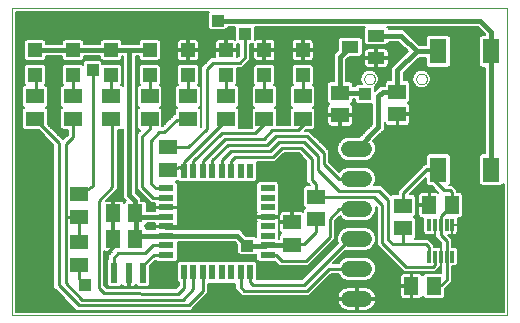
<source format=gtl>
G75*
G70*
%OFA0B0*%
%FSLAX24Y24*%
%IPPOS*%
%LPD*%
%AMOC8*
5,1,8,0,0,1.08239X$1,22.5*
%
%ADD10C,0.0000*%
%ADD11R,0.0591X0.0512*%
%ADD12R,0.0472X0.0472*%
%ADD13C,0.0520*%
%ADD14R,0.0500X0.0220*%
%ADD15R,0.0220X0.0500*%
%ADD16R,0.0512X0.0591*%
%ADD17R,0.0551X0.0827*%
%ADD18R,0.0118X0.0394*%
%ADD19R,0.0236X0.0709*%
%ADD20R,0.0551X0.0394*%
%ADD21C,0.0100*%
%ADD22C,0.0160*%
%ADD23R,0.0396X0.0396*%
%ADD24C,0.0060*%
%ADD25C,0.0396*%
D10*
X000517Y000325D02*
X000517Y010575D01*
X017017Y010575D01*
X017017Y000325D01*
X000517Y000325D01*
X012249Y008200D02*
X012251Y008226D01*
X012257Y008252D01*
X012267Y008277D01*
X012280Y008300D01*
X012296Y008320D01*
X012316Y008338D01*
X012338Y008353D01*
X012361Y008365D01*
X012387Y008373D01*
X012413Y008377D01*
X012439Y008377D01*
X012465Y008373D01*
X012491Y008365D01*
X012515Y008353D01*
X012536Y008338D01*
X012556Y008320D01*
X012572Y008300D01*
X012585Y008277D01*
X012595Y008252D01*
X012601Y008226D01*
X012603Y008200D01*
X012601Y008174D01*
X012595Y008148D01*
X012585Y008123D01*
X012572Y008100D01*
X012556Y008080D01*
X012536Y008062D01*
X012514Y008047D01*
X012491Y008035D01*
X012465Y008027D01*
X012439Y008023D01*
X012413Y008023D01*
X012387Y008027D01*
X012361Y008035D01*
X012337Y008047D01*
X012316Y008062D01*
X012296Y008080D01*
X012280Y008100D01*
X012267Y008123D01*
X012257Y008148D01*
X012251Y008174D01*
X012249Y008200D01*
X013981Y008200D02*
X013983Y008226D01*
X013989Y008252D01*
X013999Y008277D01*
X014012Y008300D01*
X014028Y008320D01*
X014048Y008338D01*
X014070Y008353D01*
X014093Y008365D01*
X014119Y008373D01*
X014145Y008377D01*
X014171Y008377D01*
X014197Y008373D01*
X014223Y008365D01*
X014247Y008353D01*
X014268Y008338D01*
X014288Y008320D01*
X014304Y008300D01*
X014317Y008277D01*
X014327Y008252D01*
X014333Y008226D01*
X014335Y008200D01*
X014333Y008174D01*
X014327Y008148D01*
X014317Y008123D01*
X014304Y008100D01*
X014288Y008080D01*
X014268Y008062D01*
X014246Y008047D01*
X014223Y008035D01*
X014197Y008027D01*
X014171Y008023D01*
X014145Y008023D01*
X014119Y008027D01*
X014093Y008035D01*
X014069Y008047D01*
X014048Y008062D01*
X014028Y008080D01*
X014012Y008100D01*
X013999Y008123D01*
X013989Y008148D01*
X013983Y008174D01*
X013981Y008200D01*
D11*
X013352Y007774D03*
X013352Y007026D03*
X011442Y007001D03*
X011442Y007749D03*
X010192Y007624D03*
X010192Y006876D03*
X008917Y006876D03*
X008917Y007624D03*
X007642Y007624D03*
X007642Y006876D03*
X006367Y006876D03*
X006367Y007624D03*
X005092Y007624D03*
X005092Y006876D03*
X005692Y005924D03*
X005692Y005176D03*
X003817Y006876D03*
X003817Y007624D03*
X002542Y007624D03*
X002542Y006876D03*
X001267Y006876D03*
X001267Y007624D03*
X002742Y004357D03*
X002742Y003609D03*
X002742Y002764D03*
X002742Y002016D03*
X009842Y002676D03*
X009842Y003424D03*
X010642Y003526D03*
X010642Y004274D03*
X013542Y003974D03*
X013542Y003226D03*
D12*
X010192Y008337D03*
X010192Y009163D03*
X008917Y009163D03*
X008917Y008337D03*
X007642Y008337D03*
X007642Y009163D03*
X006367Y009163D03*
X006367Y008337D03*
X005092Y008337D03*
X005092Y009163D03*
X003817Y009163D03*
X003817Y008337D03*
X002542Y008337D03*
X002542Y009163D03*
X001267Y009163D03*
X001267Y008337D03*
D13*
X011732Y005875D02*
X012252Y005875D01*
X012252Y004875D02*
X011732Y004875D01*
X011732Y003875D02*
X012252Y003875D01*
X012252Y002875D02*
X011732Y002875D01*
X011732Y001875D02*
X012252Y001875D01*
X012252Y000875D02*
X011732Y000875D01*
D14*
X009032Y002348D03*
X009032Y002663D03*
X009032Y002978D03*
X009032Y003293D03*
X009032Y003607D03*
X009032Y003922D03*
X009032Y004237D03*
X009032Y004552D03*
X005652Y004552D03*
X005652Y004237D03*
X005652Y003922D03*
X005652Y003607D03*
X005652Y003293D03*
X005652Y002978D03*
X005652Y002663D03*
X005652Y002348D03*
D15*
X006239Y001760D03*
X006554Y001760D03*
X006869Y001760D03*
X007184Y001760D03*
X007499Y001760D03*
X007814Y001760D03*
X008129Y001760D03*
X008444Y001760D03*
X008444Y005140D03*
X008129Y005140D03*
X007814Y005140D03*
X007499Y005140D03*
X007184Y005140D03*
X006869Y005140D03*
X006554Y005140D03*
X006239Y005140D03*
D16*
X004616Y003725D03*
X003868Y003725D03*
X003868Y002875D03*
X004616Y002875D03*
X013818Y001300D03*
X014566Y001300D03*
X014418Y004000D03*
X015166Y004000D03*
D17*
X014716Y005181D03*
X016487Y005181D03*
X016487Y009119D03*
X014716Y009119D03*
D18*
X014792Y003339D03*
X014989Y003339D03*
X015185Y003339D03*
X014595Y003339D03*
X014398Y003339D03*
X014398Y002284D03*
X014595Y002284D03*
X014792Y002284D03*
X014989Y002284D03*
X015185Y002284D03*
D19*
X004864Y001750D03*
X004392Y001750D03*
X003919Y001750D03*
D20*
X011784Y009275D03*
X012650Y008901D03*
X012650Y009649D03*
D21*
X010192Y008337D02*
X010192Y007624D01*
X010342Y006900D02*
X010192Y006876D01*
X010342Y006900D02*
X010317Y006775D01*
X010032Y006490D01*
X009182Y006490D01*
X008892Y006200D01*
X007592Y006200D01*
X006869Y005478D01*
X006869Y005140D01*
X006554Y005140D02*
X006554Y005463D01*
X007492Y006400D01*
X008592Y006400D01*
X009042Y006850D01*
X008917Y006876D01*
X009292Y006300D02*
X010342Y006300D01*
X010892Y005750D01*
X010892Y005375D01*
X011392Y004875D01*
X011992Y004875D01*
X011392Y004475D02*
X010692Y005175D01*
X010692Y005650D01*
X010242Y006100D01*
X009392Y006100D01*
X009092Y005800D01*
X007792Y005800D01*
X007499Y005507D01*
X007499Y005140D01*
X007814Y005140D02*
X007814Y005478D01*
X007942Y005600D01*
X009192Y005600D01*
X009492Y005900D01*
X010142Y005900D01*
X010492Y005550D01*
X010492Y004850D01*
X010642Y004700D01*
X010642Y004274D01*
X010791Y004275D01*
X012567Y004275D01*
X012842Y004000D01*
X012842Y002750D01*
X013642Y001950D01*
X014542Y001950D01*
X014592Y002000D01*
X014592Y002281D01*
X014595Y002284D01*
X014398Y002284D02*
X014392Y002291D01*
X014392Y002600D01*
X014292Y002700D01*
X013542Y002700D01*
X013542Y003226D01*
X013542Y002700D02*
X013192Y002700D01*
X013042Y002850D01*
X013042Y004175D01*
X012742Y004475D01*
X011392Y004475D01*
X011417Y003875D02*
X011992Y003875D01*
X011417Y003875D02*
X011092Y003550D01*
X011092Y002950D01*
X010292Y002150D01*
X009492Y002150D01*
X009294Y002348D01*
X009032Y002348D01*
X008444Y001760D02*
X008444Y001448D01*
X008542Y001350D01*
X010242Y001350D01*
X011767Y002875D01*
X011992Y002875D01*
X011992Y001875D02*
X011067Y001875D01*
X010342Y001150D01*
X008242Y001150D01*
X008129Y001263D01*
X008129Y001760D01*
X006869Y001760D02*
X006869Y001128D01*
X006407Y000665D01*
X002727Y000665D01*
X002067Y001325D01*
X002067Y006075D01*
X002068Y006075D01*
X001267Y006876D01*
X001267Y007624D02*
X001317Y007625D01*
X001317Y008325D01*
X001267Y008337D01*
X002542Y008337D02*
X002542Y007624D01*
X002542Y006876D02*
X002542Y006275D01*
X002292Y006025D01*
X002292Y003475D01*
X002300Y003609D01*
X002742Y003609D01*
X002742Y003486D01*
X002742Y003609D02*
X002742Y002764D01*
X002742Y002016D02*
X002742Y001550D01*
X002942Y001350D01*
X003392Y001250D02*
X003392Y004150D01*
X003842Y004600D01*
X003842Y006850D01*
X003817Y006876D01*
X003817Y007624D02*
X003817Y008337D01*
X003192Y008500D02*
X003192Y004632D01*
X002742Y004357D01*
X002292Y003475D02*
X002292Y001400D01*
X002842Y000850D01*
X006192Y000850D01*
X006554Y001213D01*
X006554Y001760D01*
X006239Y001760D02*
X006239Y001248D01*
X006042Y001050D01*
X003582Y001060D01*
X003392Y001250D01*
X003919Y001750D02*
X003892Y001841D01*
X003892Y002250D01*
X004042Y002400D01*
X004942Y002400D01*
X005204Y002663D01*
X005652Y002663D01*
X005579Y002950D02*
X005652Y002978D01*
X005594Y003250D02*
X005652Y003293D01*
X005594Y003250D02*
X006142Y003250D01*
X006342Y003450D01*
X006342Y003650D01*
X008889Y003650D01*
X009032Y003607D01*
X009842Y002676D02*
X009966Y002700D01*
X010242Y002700D01*
X010642Y003100D01*
X010642Y003526D01*
X008992Y006000D02*
X009292Y006300D01*
X008992Y006000D02*
X007692Y006000D01*
X007184Y005493D01*
X007184Y005140D01*
X006239Y005140D02*
X006103Y005276D01*
X005692Y005176D01*
X005142Y004700D02*
X005142Y006150D01*
X005417Y006425D01*
X005567Y006425D01*
X005992Y006850D01*
X006466Y006850D01*
X006367Y006876D01*
X006492Y006850D01*
X006992Y006550D02*
X006992Y008525D01*
X007217Y008750D01*
X008092Y008750D01*
X008267Y008925D01*
X008267Y009700D01*
X007642Y008337D02*
X007642Y007624D01*
X007692Y006900D02*
X007742Y006900D01*
X007642Y006876D01*
X007692Y006900D02*
X006239Y005448D01*
X006239Y005140D01*
X005652Y004552D02*
X005289Y004552D01*
X005142Y004700D01*
X004842Y004600D02*
X004842Y006300D01*
X005092Y006550D01*
X005092Y006876D01*
X005092Y007624D02*
X005092Y008337D01*
X006367Y008337D02*
X006367Y007624D01*
X006992Y006550D02*
X006366Y005924D01*
X005692Y005924D01*
X004842Y004600D02*
X005204Y004237D01*
X005652Y004237D01*
X005652Y003922D02*
X006069Y003922D01*
X006342Y003650D01*
X005652Y002348D02*
X005549Y002350D01*
X005242Y002350D01*
X004882Y001991D01*
X004864Y001750D01*
X003917Y002625D02*
X003717Y002425D01*
X003917Y002625D02*
X003917Y002825D01*
X003868Y002875D01*
X007742Y006900D02*
X007792Y006900D01*
X008917Y007624D02*
X008917Y008337D01*
X013542Y004400D02*
X014342Y005200D01*
X014492Y005150D01*
X014492Y004900D01*
X014892Y004500D01*
X015092Y004500D01*
X015166Y004426D01*
X015166Y004000D01*
X015242Y003950D01*
X015166Y004000D02*
X015142Y004250D01*
X015142Y003976D01*
X014792Y003626D01*
X014792Y003339D01*
X014792Y003000D01*
X014989Y002803D01*
X014989Y002284D01*
X014992Y002281D01*
X014992Y001500D01*
X014816Y001326D01*
X014566Y001300D01*
X013542Y003974D02*
X013542Y004400D01*
X014342Y005200D02*
X014716Y005181D01*
D22*
X016487Y005181D02*
X016487Y009119D01*
X016487Y009779D01*
X016117Y010150D01*
X007367Y010150D01*
X005092Y009163D02*
X004392Y009163D01*
X004417Y009138D01*
X004417Y004325D01*
X004592Y004150D01*
X004592Y003950D01*
X004642Y003776D01*
X004616Y003725D01*
X004758Y003607D01*
X005652Y003607D01*
X004649Y003607D01*
X004642Y003600D01*
X004642Y002901D01*
X004616Y002875D01*
X004743Y002978D01*
X005652Y002978D01*
X008014Y002978D01*
X008342Y002650D01*
X008919Y002650D01*
X009032Y002663D01*
X009855Y002663D01*
X009842Y002676D01*
X011992Y005875D02*
X012717Y006600D01*
X012717Y007625D01*
X012867Y007775D01*
X013351Y007775D01*
X013352Y007774D01*
X013352Y008487D01*
X013991Y009126D01*
X013467Y009650D01*
X012651Y009650D01*
X012650Y009649D01*
X011784Y009275D02*
X011442Y008933D01*
X011442Y007749D01*
X012168Y007749D01*
X012267Y007700D01*
X013991Y009126D02*
X014698Y009126D01*
X014716Y009119D01*
X004392Y009163D02*
X003817Y009163D01*
X002542Y009163D01*
X001267Y009163D01*
D23*
X003192Y008500D03*
X007367Y010150D03*
X008267Y009700D03*
X012267Y007700D03*
X008342Y002650D03*
X002942Y001350D03*
D24*
X003572Y001325D02*
X003572Y002456D01*
X003595Y002450D01*
X003837Y002450D01*
X003817Y002430D01*
X003712Y002325D01*
X003712Y002199D01*
X003671Y002158D01*
X003671Y001342D01*
X003747Y001266D01*
X004091Y001266D01*
X004159Y001334D01*
X004170Y001316D01*
X004194Y001292D01*
X004223Y001275D01*
X004256Y001266D01*
X004363Y001266D01*
X004363Y001721D01*
X004421Y001721D01*
X004421Y001266D01*
X004527Y001266D01*
X004560Y001275D01*
X004590Y001292D01*
X004614Y001316D01*
X004624Y001334D01*
X004692Y001266D01*
X005036Y001266D01*
X005112Y001342D01*
X005112Y001966D01*
X005301Y002155D01*
X005348Y002108D01*
X005956Y002108D01*
X006032Y002184D01*
X006032Y002768D01*
X007927Y002768D01*
X008014Y002681D01*
X008014Y002398D01*
X008090Y002322D01*
X008594Y002322D01*
X008652Y002380D01*
X008652Y002184D01*
X008728Y002108D01*
X009279Y002108D01*
X009312Y002075D01*
X009417Y001970D01*
X010366Y001970D01*
X011166Y002770D01*
X011272Y002875D01*
X011272Y003475D01*
X011426Y003629D01*
X011511Y003544D01*
X011654Y003485D01*
X012329Y003485D01*
X012473Y003544D01*
X012582Y003654D01*
X012642Y003797D01*
X012642Y003945D01*
X012662Y003925D01*
X012662Y002675D01*
X013462Y001875D01*
X013567Y001770D01*
X014616Y001770D01*
X014666Y001820D01*
X014772Y001925D01*
X014772Y001957D01*
X014792Y001957D01*
X014812Y001957D01*
X014812Y001725D01*
X014256Y001725D01*
X014188Y001657D01*
X014178Y001675D01*
X014153Y001699D01*
X014124Y001716D01*
X014091Y001725D01*
X013848Y001725D01*
X013848Y001330D01*
X013788Y001330D01*
X013788Y001725D01*
X013545Y001725D01*
X013512Y001716D01*
X013482Y001699D01*
X013458Y001675D01*
X013441Y001645D01*
X013432Y001612D01*
X012540Y001612D01*
X012582Y001654D02*
X012642Y001797D01*
X012642Y001953D01*
X012582Y002096D01*
X012473Y002206D01*
X012329Y002265D01*
X011654Y002265D01*
X011511Y002206D01*
X011401Y002096D01*
X011384Y002055D01*
X011201Y002055D01*
X011638Y002492D01*
X011654Y002485D01*
X012329Y002485D01*
X012473Y002544D01*
X012582Y002654D01*
X012642Y002797D01*
X012642Y002953D01*
X012582Y003096D01*
X012473Y003206D01*
X012329Y003265D01*
X011654Y003265D01*
X011511Y003206D01*
X011401Y003096D01*
X011342Y002953D01*
X011342Y002797D01*
X011369Y002732D01*
X010167Y001530D01*
X008684Y001530D01*
X008684Y002064D01*
X008608Y002140D01*
X006075Y002140D01*
X005999Y002064D01*
X005999Y001456D01*
X006059Y001396D01*
X006059Y001322D01*
X005967Y001230D01*
X003657Y001240D01*
X003572Y001325D01*
X003577Y001320D02*
X003693Y001320D01*
X003671Y001378D02*
X003572Y001378D01*
X003572Y001437D02*
X003671Y001437D01*
X003671Y001495D02*
X003572Y001495D01*
X003572Y001554D02*
X003671Y001554D01*
X003671Y001612D02*
X003572Y001612D01*
X003572Y001671D02*
X003671Y001671D01*
X003671Y001729D02*
X003572Y001729D01*
X003572Y001788D02*
X003671Y001788D01*
X003671Y001846D02*
X003572Y001846D01*
X003572Y001905D02*
X003671Y001905D01*
X003671Y001963D02*
X003572Y001963D01*
X003572Y002022D02*
X003671Y002022D01*
X003671Y002080D02*
X003572Y002080D01*
X003572Y002139D02*
X003671Y002139D01*
X003710Y002197D02*
X003572Y002197D01*
X003572Y002256D02*
X003712Y002256D01*
X003712Y002314D02*
X003572Y002314D01*
X003572Y002373D02*
X003760Y002373D01*
X003818Y002431D02*
X003572Y002431D01*
X003838Y002905D02*
X003838Y003695D01*
X003898Y003695D01*
X003898Y003300D01*
X003898Y002905D01*
X003838Y002905D01*
X003838Y002958D02*
X003898Y002958D01*
X003898Y003016D02*
X003838Y003016D01*
X003838Y003075D02*
X003898Y003075D01*
X003898Y003133D02*
X003838Y003133D01*
X003838Y003192D02*
X003898Y003192D01*
X003898Y003250D02*
X003838Y003250D01*
X003838Y003309D02*
X003898Y003309D01*
X003898Y003367D02*
X003838Y003367D01*
X003838Y003426D02*
X003898Y003426D01*
X003898Y003484D02*
X003838Y003484D01*
X003838Y003543D02*
X003898Y003543D01*
X003898Y003601D02*
X003838Y003601D01*
X003838Y003660D02*
X003898Y003660D01*
X003898Y003755D02*
X003838Y003755D01*
X003838Y004150D01*
X003646Y004150D01*
X004022Y004525D01*
X004022Y006490D01*
X004166Y006490D01*
X004207Y006531D01*
X004207Y004238D01*
X004300Y004145D01*
X004238Y004082D01*
X004228Y004100D01*
X004203Y004124D01*
X004174Y004141D01*
X004141Y004150D01*
X003898Y004150D01*
X003898Y003755D01*
X003898Y003777D02*
X003838Y003777D01*
X003838Y003835D02*
X003898Y003835D01*
X003898Y003894D02*
X003838Y003894D01*
X003838Y003952D02*
X003898Y003952D01*
X003898Y004011D02*
X003838Y004011D01*
X003838Y004069D02*
X003898Y004069D01*
X003898Y004128D02*
X003838Y004128D01*
X003741Y004245D02*
X004207Y004245D01*
X004207Y004303D02*
X003799Y004303D01*
X003858Y004362D02*
X004207Y004362D01*
X004207Y004420D02*
X003916Y004420D01*
X003975Y004479D02*
X004207Y004479D01*
X004207Y004537D02*
X004022Y004537D01*
X004022Y004596D02*
X004207Y004596D01*
X004207Y004654D02*
X004022Y004654D01*
X004022Y004713D02*
X004207Y004713D01*
X004207Y004771D02*
X004022Y004771D01*
X004022Y004830D02*
X004207Y004830D01*
X004207Y004888D02*
X004022Y004888D01*
X004022Y004947D02*
X004207Y004947D01*
X004207Y005005D02*
X004022Y005005D01*
X004022Y005064D02*
X004207Y005064D01*
X004207Y005122D02*
X004022Y005122D01*
X004022Y005181D02*
X004207Y005181D01*
X004207Y005239D02*
X004022Y005239D01*
X004022Y005298D02*
X004207Y005298D01*
X004207Y005356D02*
X004022Y005356D01*
X004022Y005415D02*
X004207Y005415D01*
X004207Y005473D02*
X004022Y005473D01*
X004022Y005532D02*
X004207Y005532D01*
X004207Y005590D02*
X004022Y005590D01*
X004022Y005649D02*
X004207Y005649D01*
X004207Y005707D02*
X004022Y005707D01*
X004022Y005766D02*
X004207Y005766D01*
X004207Y005824D02*
X004022Y005824D01*
X004022Y005883D02*
X004207Y005883D01*
X004207Y005941D02*
X004022Y005941D01*
X004022Y006000D02*
X004207Y006000D01*
X004207Y006058D02*
X004022Y006058D01*
X004022Y006117D02*
X004207Y006117D01*
X004207Y006175D02*
X004022Y006175D01*
X004022Y006234D02*
X004207Y006234D01*
X004207Y006292D02*
X004022Y006292D01*
X004022Y006351D02*
X004207Y006351D01*
X004207Y006409D02*
X004022Y006409D01*
X004022Y006468D02*
X004207Y006468D01*
X004202Y006526D02*
X004207Y006526D01*
X004627Y006526D02*
X004707Y006526D01*
X004743Y006490D02*
X004777Y006490D01*
X004662Y006375D01*
X004662Y004525D01*
X004767Y004420D01*
X004627Y004420D01*
X004627Y004412D02*
X004627Y008953D01*
X004725Y008953D01*
X004725Y008873D01*
X004802Y008797D01*
X005382Y008797D01*
X005458Y008873D01*
X005458Y009453D01*
X005382Y009530D01*
X004802Y009530D01*
X004725Y009453D01*
X004725Y009373D01*
X004183Y009373D01*
X004183Y009453D01*
X004107Y009530D01*
X003527Y009530D01*
X003450Y009453D01*
X003450Y009373D01*
X002908Y009373D01*
X002908Y009453D01*
X002832Y009530D01*
X002252Y009530D01*
X002175Y009453D01*
X002175Y009373D01*
X001633Y009373D01*
X001633Y009453D01*
X001557Y009530D01*
X000977Y009530D01*
X000900Y009453D01*
X000900Y008873D01*
X000977Y008797D01*
X001557Y008797D01*
X001633Y008873D01*
X001633Y008953D01*
X002175Y008953D01*
X002175Y008873D01*
X002252Y008797D01*
X002832Y008797D01*
X002908Y008873D01*
X002908Y008953D01*
X003450Y008953D01*
X003450Y008873D01*
X003527Y008797D01*
X004107Y008797D01*
X004183Y008873D01*
X004183Y008953D01*
X004207Y008953D01*
X004207Y007969D01*
X004166Y008010D01*
X004146Y008010D01*
X004183Y008047D01*
X004207Y008047D01*
X004183Y008047D02*
X004183Y008627D01*
X004107Y008703D01*
X003527Y008703D01*
X003520Y008696D01*
X003520Y008752D01*
X003444Y008828D01*
X002940Y008828D01*
X002864Y008752D01*
X002864Y008671D01*
X002832Y008703D01*
X002252Y008703D01*
X002175Y008627D01*
X002175Y008047D01*
X001633Y008047D01*
X001633Y008627D01*
X001557Y008703D01*
X000977Y008703D01*
X000900Y008627D01*
X000900Y008047D01*
X000642Y008047D01*
X000642Y007989D02*
X000896Y007989D01*
X000918Y008010D02*
X000841Y007934D01*
X000841Y007314D01*
X000906Y007250D01*
X000841Y007186D01*
X000841Y006566D01*
X000918Y006490D01*
X001398Y006490D01*
X001887Y006001D01*
X001887Y001250D01*
X001992Y001145D01*
X002652Y000485D01*
X006481Y000485D01*
X006587Y000590D01*
X007049Y001053D01*
X007049Y001380D01*
X007949Y001380D01*
X007949Y001188D01*
X008062Y001075D01*
X008167Y000970D01*
X010416Y000970D01*
X011141Y001695D01*
X011384Y001695D01*
X011401Y001654D01*
X011511Y001544D01*
X011654Y001485D01*
X012329Y001485D01*
X012473Y001544D01*
X012582Y001654D01*
X012589Y001671D02*
X013455Y001671D01*
X013432Y001612D02*
X013432Y001330D01*
X013788Y001330D01*
X013788Y001270D01*
X013848Y001270D01*
X013848Y000875D01*
X014091Y000875D01*
X014124Y000884D01*
X014153Y000901D01*
X014178Y000925D01*
X014188Y000943D01*
X014256Y000875D01*
X014875Y000875D01*
X014952Y000951D01*
X014952Y001207D01*
X015066Y001320D01*
X015119Y001372D01*
X015171Y001424D01*
X015171Y001425D01*
X015172Y001425D01*
X015172Y001499D01*
X015172Y001574D01*
X015172Y001957D01*
X015298Y001957D01*
X015374Y002034D01*
X015374Y002535D01*
X015298Y002611D01*
X015169Y002611D01*
X015169Y002878D01*
X015034Y003013D01*
X015101Y003013D01*
X015103Y003014D01*
X015109Y003013D01*
X015185Y003013D01*
X015185Y003339D01*
X015185Y003339D01*
X015185Y003013D01*
X015262Y003013D01*
X015295Y003021D01*
X015324Y003038D01*
X015348Y003063D01*
X015366Y003092D01*
X015374Y003125D01*
X015374Y003339D01*
X015185Y003339D01*
X015185Y003339D01*
X015374Y003339D01*
X015374Y003553D01*
X015369Y003575D01*
X015475Y003575D01*
X015552Y003651D01*
X015552Y004349D01*
X015475Y004425D01*
X015346Y004425D01*
X015346Y004501D01*
X015272Y004575D01*
X015166Y004680D01*
X015087Y004680D01*
X015121Y004714D01*
X015121Y005649D01*
X015045Y005725D01*
X014386Y005725D01*
X014310Y005649D01*
X014310Y005386D01*
X014303Y005382D01*
X014276Y005383D01*
X014272Y005380D01*
X014267Y005380D01*
X014235Y005348D01*
X014194Y005328D01*
X014186Y005302D01*
X014166Y005283D01*
X014165Y005278D01*
X013362Y004475D01*
X013362Y004360D01*
X013193Y004360D01*
X013152Y004319D01*
X013116Y004355D01*
X012816Y004655D01*
X012583Y004655D01*
X012642Y004797D01*
X012642Y004953D01*
X012582Y005096D01*
X012473Y005206D01*
X012329Y005265D01*
X011654Y005265D01*
X011511Y005206D01*
X011413Y005108D01*
X011072Y005450D01*
X011072Y005825D01*
X010966Y005930D01*
X010416Y006480D01*
X010276Y006480D01*
X010286Y006490D01*
X010541Y006490D01*
X010617Y006566D01*
X010617Y007186D01*
X010553Y007250D01*
X010617Y007314D01*
X010617Y007934D01*
X010541Y008010D01*
X010521Y008010D01*
X010558Y008047D01*
X011016Y008047D01*
X011016Y008059D02*
X011016Y007439D01*
X011084Y007371D01*
X011067Y007361D01*
X011042Y007337D01*
X011025Y007307D01*
X011016Y007274D01*
X011016Y007031D01*
X011412Y007031D01*
X011412Y006971D01*
X011472Y006971D01*
X011472Y007031D01*
X011867Y007031D01*
X011867Y007274D01*
X011858Y007307D01*
X011841Y007337D01*
X011817Y007361D01*
X011799Y007371D01*
X011867Y007439D01*
X011867Y007539D01*
X011939Y007539D01*
X011939Y007448D01*
X012015Y007372D01*
X012507Y007372D01*
X012507Y006687D01*
X012085Y006265D01*
X011654Y006265D01*
X011511Y006206D01*
X011401Y006096D01*
X011342Y005953D01*
X011342Y005797D01*
X011401Y005654D01*
X011511Y005544D01*
X011654Y005485D01*
X012329Y005485D01*
X012473Y005544D01*
X012582Y005654D01*
X012642Y005797D01*
X012642Y005953D01*
X012582Y006096D01*
X012546Y006132D01*
X012804Y006390D01*
X012927Y006513D01*
X012927Y006752D01*
X012935Y006720D01*
X012952Y006690D01*
X012977Y006666D01*
X013006Y006649D01*
X013039Y006640D01*
X013322Y006640D01*
X013322Y006996D01*
X013382Y006996D01*
X013382Y007056D01*
X013777Y007056D01*
X013777Y007299D01*
X013768Y007332D01*
X013751Y007362D01*
X013727Y007386D01*
X013709Y007396D01*
X013777Y007464D01*
X013777Y008084D01*
X013701Y008160D01*
X013562Y008160D01*
X013562Y008400D01*
X014078Y008916D01*
X014310Y008916D01*
X014310Y008651D01*
X014386Y008575D01*
X015045Y008575D01*
X015121Y008651D01*
X015121Y009586D01*
X015045Y009662D01*
X014386Y009662D01*
X014310Y009586D01*
X014310Y009336D01*
X014078Y009336D01*
X013677Y009737D01*
X013554Y009860D01*
X013055Y009860D01*
X013055Y009900D01*
X013015Y009940D01*
X016030Y009940D01*
X016277Y009692D01*
X016277Y009662D01*
X016158Y009662D01*
X016082Y009586D01*
X016082Y008651D01*
X016158Y008575D01*
X016277Y008575D01*
X016277Y005725D01*
X016158Y005725D01*
X016082Y005649D01*
X016082Y004714D01*
X016158Y004638D01*
X016817Y004638D01*
X016892Y004713D01*
X016892Y000450D01*
X000642Y000450D01*
X000642Y010450D01*
X007087Y010450D01*
X007039Y010402D01*
X007039Y009898D01*
X007115Y009822D01*
X007619Y009822D01*
X007695Y009898D01*
X007695Y009940D01*
X007939Y009940D01*
X007939Y009515D01*
X007928Y009521D01*
X007895Y009530D01*
X007672Y009530D01*
X007672Y009193D01*
X008008Y009193D01*
X008008Y009379D01*
X008015Y009372D01*
X008087Y009372D01*
X008087Y009000D01*
X008017Y008930D01*
X008008Y008930D01*
X008008Y009133D01*
X007672Y009133D01*
X007672Y009193D01*
X007612Y009193D01*
X007612Y009133D01*
X007275Y009133D01*
X007275Y008930D01*
X007142Y008930D01*
X007037Y008825D01*
X006812Y008600D01*
X006812Y006625D01*
X006792Y006605D01*
X006792Y007186D01*
X006728Y007250D01*
X006792Y007314D01*
X006792Y007934D01*
X006716Y008010D01*
X006696Y008010D01*
X006733Y008047D01*
X006812Y008047D01*
X006812Y007989D02*
X006737Y007989D01*
X006733Y008047D02*
X006733Y008627D01*
X006657Y008703D01*
X006077Y008703D01*
X006000Y008627D01*
X006000Y008047D01*
X005458Y008047D01*
X005458Y008627D01*
X005382Y008703D01*
X004802Y008703D01*
X004725Y008627D01*
X004725Y008047D01*
X004627Y008047D01*
X004627Y007989D02*
X004721Y007989D01*
X004743Y008010D02*
X004666Y007934D01*
X004666Y007314D01*
X004731Y007250D01*
X004666Y007186D01*
X004666Y006566D01*
X004743Y006490D01*
X004755Y006468D02*
X004627Y006468D01*
X004627Y006409D02*
X004696Y006409D01*
X004662Y006351D02*
X004627Y006351D01*
X004627Y006292D02*
X004662Y006292D01*
X004662Y006234D02*
X004627Y006234D01*
X004627Y006175D02*
X004662Y006175D01*
X004662Y006117D02*
X004627Y006117D01*
X004627Y006058D02*
X004662Y006058D01*
X004662Y006000D02*
X004627Y006000D01*
X004627Y005941D02*
X004662Y005941D01*
X004662Y005883D02*
X004627Y005883D01*
X004627Y005824D02*
X004662Y005824D01*
X004662Y005766D02*
X004627Y005766D01*
X004627Y005707D02*
X004662Y005707D01*
X004662Y005649D02*
X004627Y005649D01*
X004627Y005590D02*
X004662Y005590D01*
X004662Y005532D02*
X004627Y005532D01*
X004627Y005473D02*
X004662Y005473D01*
X004662Y005415D02*
X004627Y005415D01*
X004627Y005356D02*
X004662Y005356D01*
X004662Y005298D02*
X004627Y005298D01*
X004627Y005239D02*
X004662Y005239D01*
X004662Y005181D02*
X004627Y005181D01*
X004627Y005122D02*
X004662Y005122D01*
X004662Y005064D02*
X004627Y005064D01*
X004627Y005005D02*
X004662Y005005D01*
X004662Y004947D02*
X004627Y004947D01*
X004627Y004888D02*
X004662Y004888D01*
X004662Y004830D02*
X004627Y004830D01*
X004627Y004771D02*
X004662Y004771D01*
X004662Y004713D02*
X004627Y004713D01*
X004627Y004654D02*
X004662Y004654D01*
X004662Y004596D02*
X004627Y004596D01*
X004627Y004537D02*
X004662Y004537D01*
X004627Y004479D02*
X004709Y004479D01*
X004767Y004420D02*
X005130Y004057D01*
X005274Y004057D01*
X005272Y004050D01*
X005272Y003947D01*
X005627Y003947D01*
X005627Y003897D01*
X005272Y003897D01*
X005272Y003817D01*
X005002Y003817D01*
X005002Y004074D01*
X004925Y004150D01*
X004802Y004150D01*
X004802Y004237D01*
X004627Y004412D01*
X004677Y004362D02*
X004826Y004362D01*
X004884Y004303D02*
X004736Y004303D01*
X004794Y004245D02*
X004943Y004245D01*
X005001Y004186D02*
X004802Y004186D01*
X004948Y004128D02*
X005060Y004128D01*
X005002Y004069D02*
X005118Y004069D01*
X005002Y004011D02*
X005272Y004011D01*
X005272Y003952D02*
X005002Y003952D01*
X005002Y003894D02*
X005272Y003894D01*
X005272Y003835D02*
X005002Y003835D01*
X005002Y003397D02*
X005272Y003397D01*
X005272Y003318D01*
X005627Y003318D01*
X005627Y003268D01*
X005272Y003268D01*
X005272Y003188D01*
X005002Y003188D01*
X005002Y003224D01*
X004926Y003300D01*
X005002Y003376D01*
X005002Y003397D01*
X004993Y003367D02*
X005272Y003367D01*
X005272Y003250D02*
X004976Y003250D01*
X005002Y003192D02*
X005272Y003192D01*
X004934Y003309D02*
X005627Y003309D01*
X005677Y003309D02*
X008652Y003309D01*
X008652Y003367D02*
X006032Y003367D01*
X006032Y003318D02*
X006032Y003420D01*
X006027Y003439D01*
X006032Y003444D01*
X006032Y003771D01*
X006027Y003776D01*
X006032Y003795D01*
X006032Y003897D01*
X005677Y003897D01*
X005677Y003947D01*
X006032Y003947D01*
X006032Y004050D01*
X006027Y004068D01*
X006032Y004074D01*
X006032Y004716D01*
X005958Y004790D01*
X006041Y004790D01*
X006043Y004792D01*
X006075Y004760D01*
X008608Y004760D01*
X008684Y004836D01*
X008684Y005420D01*
X009266Y005420D01*
X009566Y005720D01*
X010067Y005720D01*
X010312Y005475D01*
X010312Y004775D01*
X010427Y004660D01*
X010293Y004660D01*
X010216Y004584D01*
X010216Y003964D01*
X010281Y003900D01*
X010216Y003836D01*
X010216Y003784D01*
X010187Y003801D01*
X010154Y003810D01*
X009872Y003810D01*
X009872Y003454D01*
X009812Y003454D01*
X009812Y003810D01*
X009529Y003810D01*
X009496Y003801D01*
X009467Y003784D01*
X009442Y003760D01*
X009425Y003730D01*
X009416Y003697D01*
X009416Y003454D01*
X009812Y003454D01*
X009812Y003394D01*
X009416Y003394D01*
X009416Y003151D01*
X009425Y003118D01*
X009442Y003088D01*
X009467Y003064D01*
X009484Y003054D01*
X009416Y002986D01*
X009416Y002873D01*
X009412Y002873D01*
X009412Y003456D01*
X009407Y003461D01*
X009412Y003480D01*
X009412Y003582D01*
X009057Y003582D01*
X009057Y003632D01*
X009412Y003632D01*
X009412Y003735D01*
X009407Y003754D01*
X009412Y003759D01*
X009412Y004716D01*
X009336Y004792D01*
X008728Y004792D01*
X008652Y004716D01*
X008652Y003759D01*
X008657Y003754D01*
X008652Y003735D01*
X008652Y003632D01*
X009007Y003632D01*
X009007Y003582D01*
X008652Y003582D01*
X008652Y003480D01*
X008657Y003461D01*
X008652Y003456D01*
X008652Y002920D01*
X008594Y002978D01*
X008311Y002978D01*
X008101Y003188D01*
X006032Y003188D01*
X006032Y003268D01*
X005677Y003268D01*
X005677Y003318D01*
X006032Y003318D01*
X006032Y003250D02*
X008652Y003250D01*
X008652Y003192D02*
X006032Y003192D01*
X006030Y003426D02*
X008652Y003426D01*
X008652Y003484D02*
X006032Y003484D01*
X006032Y003543D02*
X008652Y003543D01*
X008652Y003660D02*
X006032Y003660D01*
X006032Y003718D02*
X008652Y003718D01*
X008652Y003777D02*
X006027Y003777D01*
X006032Y003835D02*
X008652Y003835D01*
X008652Y003894D02*
X006032Y003894D01*
X006032Y003952D02*
X008652Y003952D01*
X008652Y004011D02*
X006032Y004011D01*
X006027Y004069D02*
X008652Y004069D01*
X008652Y004128D02*
X006032Y004128D01*
X006032Y004186D02*
X008652Y004186D01*
X008652Y004245D02*
X006032Y004245D01*
X006032Y004303D02*
X008652Y004303D01*
X008652Y004362D02*
X006032Y004362D01*
X006032Y004420D02*
X008652Y004420D01*
X008652Y004479D02*
X006032Y004479D01*
X006032Y004537D02*
X008652Y004537D01*
X008652Y004596D02*
X006032Y004596D01*
X006032Y004654D02*
X008652Y004654D01*
X008652Y004713D02*
X006032Y004713D01*
X006064Y004771D02*
X005977Y004771D01*
X006032Y003601D02*
X009007Y003601D01*
X009057Y003601D02*
X009416Y003601D01*
X009412Y003543D02*
X009416Y003543D01*
X009412Y003484D02*
X009416Y003484D01*
X009412Y003426D02*
X009812Y003426D01*
X009812Y003484D02*
X009872Y003484D01*
X009872Y003543D02*
X009812Y003543D01*
X009812Y003601D02*
X009872Y003601D01*
X009872Y003660D02*
X009812Y003660D01*
X009812Y003718D02*
X009872Y003718D01*
X009872Y003777D02*
X009812Y003777D01*
X009459Y003777D02*
X009412Y003777D01*
X009412Y003835D02*
X010216Y003835D01*
X010274Y003894D02*
X009412Y003894D01*
X009412Y003952D02*
X010229Y003952D01*
X010216Y004011D02*
X009412Y004011D01*
X009412Y004069D02*
X010216Y004069D01*
X010216Y004128D02*
X009412Y004128D01*
X009412Y004186D02*
X010216Y004186D01*
X010216Y004245D02*
X009412Y004245D01*
X009412Y004303D02*
X010216Y004303D01*
X010216Y004362D02*
X009412Y004362D01*
X009412Y004420D02*
X010216Y004420D01*
X010216Y004479D02*
X009412Y004479D01*
X009412Y004537D02*
X010216Y004537D01*
X010228Y004596D02*
X009412Y004596D01*
X009412Y004654D02*
X010287Y004654D01*
X010375Y004713D02*
X009412Y004713D01*
X009357Y004771D02*
X010316Y004771D01*
X010312Y004830D02*
X008677Y004830D01*
X008684Y004888D02*
X010312Y004888D01*
X010312Y004947D02*
X008684Y004947D01*
X008684Y005005D02*
X010312Y005005D01*
X010312Y005064D02*
X008684Y005064D01*
X008684Y005122D02*
X010312Y005122D01*
X010312Y005181D02*
X008684Y005181D01*
X008684Y005239D02*
X010312Y005239D01*
X010312Y005298D02*
X008684Y005298D01*
X008684Y005356D02*
X010312Y005356D01*
X010312Y005415D02*
X008684Y005415D01*
X009319Y005473D02*
X010312Y005473D01*
X010256Y005532D02*
X009378Y005532D01*
X009436Y005590D02*
X010197Y005590D01*
X010139Y005649D02*
X009495Y005649D01*
X009553Y005707D02*
X010080Y005707D01*
X010663Y006234D02*
X011578Y006234D01*
X011480Y006175D02*
X010721Y006175D01*
X010780Y006117D02*
X011422Y006117D01*
X011385Y006058D02*
X010838Y006058D01*
X010897Y006000D02*
X011361Y006000D01*
X011342Y005941D02*
X010955Y005941D01*
X011014Y005883D02*
X011342Y005883D01*
X011342Y005824D02*
X011072Y005824D01*
X011072Y005766D02*
X011355Y005766D01*
X011379Y005707D02*
X011072Y005707D01*
X011072Y005649D02*
X011407Y005649D01*
X011465Y005590D02*
X011072Y005590D01*
X011072Y005532D02*
X011542Y005532D01*
X011591Y005239D02*
X011282Y005239D01*
X011224Y005298D02*
X014181Y005298D01*
X014126Y005239D02*
X012392Y005239D01*
X012498Y005181D02*
X014068Y005181D01*
X014009Y005122D02*
X012556Y005122D01*
X012596Y005064D02*
X013951Y005064D01*
X013892Y005005D02*
X012620Y005005D01*
X012642Y004947D02*
X013834Y004947D01*
X013775Y004888D02*
X012642Y004888D01*
X012642Y004830D02*
X013717Y004830D01*
X013658Y004771D02*
X012631Y004771D01*
X012606Y004713D02*
X013600Y004713D01*
X013541Y004654D02*
X012817Y004654D01*
X012876Y004596D02*
X013483Y004596D01*
X013424Y004537D02*
X012934Y004537D01*
X012993Y004479D02*
X013366Y004479D01*
X013362Y004420D02*
X013051Y004420D01*
X013110Y004362D02*
X013362Y004362D01*
X013756Y004360D02*
X014310Y004914D01*
X014310Y004714D01*
X014386Y004638D01*
X014499Y004638D01*
X014720Y004418D01*
X014691Y004425D01*
X014448Y004425D01*
X014448Y004030D01*
X014388Y004030D01*
X014388Y004425D01*
X014145Y004425D01*
X014112Y004416D01*
X014082Y004399D01*
X014058Y004375D01*
X014041Y004345D01*
X014032Y004312D01*
X014032Y004030D01*
X014388Y004030D01*
X014388Y003970D01*
X014032Y003970D01*
X014032Y003688D01*
X014041Y003655D01*
X014058Y003625D01*
X014082Y003601D01*
X014112Y003584D01*
X014145Y003575D01*
X014209Y003575D01*
X014209Y003089D01*
X014285Y003013D01*
X014511Y003013D01*
X014513Y003014D01*
X014519Y003013D01*
X014595Y003013D01*
X014612Y003013D01*
X014612Y002925D01*
X014717Y002820D01*
X014809Y002729D01*
X014809Y002611D01*
X014792Y002611D01*
X014792Y002284D01*
X014792Y001957D01*
X014792Y002284D01*
X014792Y002284D01*
X014792Y002284D01*
X014792Y002611D01*
X014715Y002611D01*
X014709Y002609D01*
X014708Y002611D01*
X014572Y002611D01*
X014572Y002675D01*
X014466Y002780D01*
X014366Y002880D01*
X013931Y002880D01*
X013967Y002916D01*
X013967Y003536D01*
X013903Y003600D01*
X013967Y003664D01*
X013967Y004284D01*
X013891Y004360D01*
X013756Y004360D01*
X013758Y004362D02*
X014050Y004362D01*
X014032Y004303D02*
X013948Y004303D01*
X013967Y004245D02*
X014032Y004245D01*
X014032Y004186D02*
X013967Y004186D01*
X013967Y004128D02*
X014032Y004128D01*
X014032Y004069D02*
X013967Y004069D01*
X013967Y004011D02*
X014388Y004011D01*
X014388Y004069D02*
X014448Y004069D01*
X014448Y004128D02*
X014388Y004128D01*
X014388Y004186D02*
X014448Y004186D01*
X014448Y004245D02*
X014388Y004245D01*
X014388Y004303D02*
X014448Y004303D01*
X014448Y004362D02*
X014388Y004362D01*
X014388Y004420D02*
X014448Y004420D01*
X014600Y004537D02*
X013933Y004537D01*
X013875Y004479D02*
X014659Y004479D01*
X014710Y004420D02*
X014717Y004420D01*
X014542Y004596D02*
X013992Y004596D01*
X014050Y004654D02*
X014370Y004654D01*
X014312Y004713D02*
X014109Y004713D01*
X014167Y004771D02*
X014310Y004771D01*
X014310Y004830D02*
X014226Y004830D01*
X014284Y004888D02*
X014310Y004888D01*
X014243Y005356D02*
X011165Y005356D01*
X011107Y005415D02*
X014310Y005415D01*
X014310Y005473D02*
X011072Y005473D01*
X011341Y005181D02*
X011486Y005181D01*
X011427Y005122D02*
X011399Y005122D01*
X012442Y005532D02*
X014310Y005532D01*
X014310Y005590D02*
X012518Y005590D01*
X012577Y005649D02*
X014310Y005649D01*
X014369Y005707D02*
X012604Y005707D01*
X012628Y005766D02*
X016277Y005766D01*
X016277Y005824D02*
X012642Y005824D01*
X012642Y005883D02*
X016277Y005883D01*
X016277Y005941D02*
X012642Y005941D01*
X012622Y006000D02*
X016277Y006000D01*
X016277Y006058D02*
X012598Y006058D01*
X012562Y006117D02*
X016277Y006117D01*
X016277Y006175D02*
X012589Y006175D01*
X012647Y006234D02*
X016277Y006234D01*
X016277Y006292D02*
X012706Y006292D01*
X012764Y006351D02*
X016277Y006351D01*
X016277Y006409D02*
X012823Y006409D01*
X012881Y006468D02*
X016277Y006468D01*
X016277Y006526D02*
X012927Y006526D01*
X012927Y006585D02*
X016277Y006585D01*
X016277Y006643D02*
X013675Y006643D01*
X013664Y006640D02*
X013697Y006649D01*
X013727Y006666D01*
X013751Y006690D01*
X013768Y006720D01*
X013777Y006753D01*
X013777Y006996D01*
X013382Y006996D01*
X013382Y006640D01*
X013664Y006640D01*
X013757Y006702D02*
X016277Y006702D01*
X016277Y006760D02*
X013777Y006760D01*
X013777Y006819D02*
X016277Y006819D01*
X016277Y006877D02*
X013777Y006877D01*
X013777Y006936D02*
X016277Y006936D01*
X016277Y006994D02*
X013777Y006994D01*
X013777Y007111D02*
X016277Y007111D01*
X016277Y007053D02*
X013382Y007053D01*
X013382Y006994D02*
X013322Y006994D01*
X013322Y006936D02*
X013382Y006936D01*
X013382Y006877D02*
X013322Y006877D01*
X013322Y006819D02*
X013382Y006819D01*
X013382Y006760D02*
X013322Y006760D01*
X013322Y006702D02*
X013382Y006702D01*
X013382Y006643D02*
X013322Y006643D01*
X013028Y006643D02*
X012927Y006643D01*
X012927Y006702D02*
X012946Y006702D01*
X012507Y006702D02*
X011860Y006702D01*
X011858Y006695D02*
X011867Y006728D01*
X011867Y006971D01*
X011472Y006971D01*
X011472Y006615D01*
X011754Y006615D01*
X011787Y006624D01*
X011817Y006641D01*
X011841Y006665D01*
X011858Y006695D01*
X011819Y006643D02*
X012463Y006643D01*
X012404Y006585D02*
X010617Y006585D01*
X010617Y006643D02*
X011065Y006643D01*
X011067Y006641D02*
X011096Y006624D01*
X011129Y006615D01*
X011412Y006615D01*
X011412Y006971D01*
X011016Y006971D01*
X011016Y006728D01*
X011025Y006695D01*
X011042Y006665D01*
X011067Y006641D01*
X011023Y006702D02*
X010617Y006702D01*
X010617Y006760D02*
X011016Y006760D01*
X011016Y006819D02*
X010617Y006819D01*
X010617Y006877D02*
X011016Y006877D01*
X011016Y006936D02*
X010617Y006936D01*
X010617Y006994D02*
X011412Y006994D01*
X011412Y006936D02*
X011472Y006936D01*
X011472Y006994D02*
X012507Y006994D01*
X012507Y006936D02*
X011867Y006936D01*
X011867Y006877D02*
X012507Y006877D01*
X012507Y006819D02*
X011867Y006819D01*
X011867Y006760D02*
X012507Y006760D01*
X012346Y006526D02*
X010577Y006526D01*
X010487Y006409D02*
X012229Y006409D01*
X012287Y006468D02*
X010429Y006468D01*
X010546Y006351D02*
X012170Y006351D01*
X012112Y006292D02*
X010604Y006292D01*
X010617Y007053D02*
X011016Y007053D01*
X011016Y007111D02*
X010617Y007111D01*
X010617Y007170D02*
X011016Y007170D01*
X011016Y007228D02*
X010575Y007228D01*
X010589Y007287D02*
X011020Y007287D01*
X011051Y007345D02*
X010617Y007345D01*
X010617Y007404D02*
X011052Y007404D01*
X011016Y007462D02*
X010617Y007462D01*
X010617Y007521D02*
X011016Y007521D01*
X011016Y007579D02*
X010617Y007579D01*
X010617Y007638D02*
X011016Y007638D01*
X011016Y007696D02*
X010617Y007696D01*
X010617Y007755D02*
X011016Y007755D01*
X011016Y007813D02*
X010617Y007813D01*
X010617Y007872D02*
X011016Y007872D01*
X011016Y007930D02*
X010617Y007930D01*
X010562Y007989D02*
X011016Y007989D01*
X011016Y008059D02*
X011093Y008135D01*
X011232Y008135D01*
X011232Y009020D01*
X011378Y009166D01*
X011378Y009526D01*
X011454Y009602D01*
X012113Y009602D01*
X012189Y009526D01*
X012189Y009024D01*
X012113Y008948D01*
X011754Y008948D01*
X011652Y008846D01*
X011652Y008135D01*
X011791Y008135D01*
X011867Y008059D01*
X011867Y007959D01*
X011946Y007959D01*
X012015Y008028D01*
X012164Y008028D01*
X012118Y008139D01*
X012118Y008261D01*
X012165Y008374D01*
X012252Y008460D01*
X012364Y008507D01*
X012487Y008507D01*
X012600Y008460D01*
X012686Y008374D01*
X012733Y008261D01*
X012733Y008139D01*
X012686Y008026D01*
X012600Y007940D01*
X012595Y007938D01*
X012595Y007800D01*
X012657Y007862D01*
X012780Y007985D01*
X012926Y007985D01*
X012926Y008084D01*
X013003Y008160D01*
X013142Y008160D01*
X013142Y008574D01*
X013694Y009126D01*
X013380Y009440D01*
X013055Y009440D01*
X013055Y009398D01*
X012979Y009322D01*
X012320Y009322D01*
X012244Y009398D01*
X012244Y009900D01*
X012284Y009940D01*
X008595Y009940D01*
X008595Y009498D01*
X008601Y009504D01*
X008630Y009521D01*
X008663Y009530D01*
X008887Y009530D01*
X008887Y009193D01*
X008887Y009133D01*
X008947Y009133D01*
X008947Y009193D01*
X009283Y009193D01*
X009283Y009417D01*
X009274Y009450D01*
X009257Y009479D01*
X009233Y009504D01*
X009203Y009521D01*
X009170Y009530D01*
X008947Y009530D01*
X008947Y009193D01*
X008887Y009193D01*
X008550Y009193D01*
X008550Y009404D01*
X008519Y009372D01*
X008447Y009372D01*
X008447Y008850D01*
X008341Y008745D01*
X008166Y008570D01*
X008008Y008570D01*
X008008Y008047D01*
X008550Y008047D01*
X008587Y008010D01*
X008568Y008010D01*
X008491Y007934D01*
X008491Y007314D01*
X008556Y007250D01*
X008491Y007186D01*
X008491Y006580D01*
X008067Y006580D01*
X008067Y007186D01*
X008003Y007250D01*
X008067Y007314D01*
X008067Y007934D01*
X007991Y008010D01*
X007971Y008010D01*
X008008Y008047D01*
X008008Y008106D02*
X008550Y008106D01*
X008550Y008164D02*
X008008Y008164D01*
X008008Y008223D02*
X008550Y008223D01*
X008550Y008281D02*
X008008Y008281D01*
X008008Y008340D02*
X008550Y008340D01*
X008550Y008398D02*
X008008Y008398D01*
X008008Y008457D02*
X008550Y008457D01*
X008550Y008515D02*
X008008Y008515D01*
X008170Y008574D02*
X008550Y008574D01*
X008550Y008627D02*
X008550Y008047D01*
X008546Y007989D02*
X008012Y007989D01*
X008067Y007930D02*
X008491Y007930D01*
X008491Y007872D02*
X008067Y007872D01*
X008067Y007813D02*
X008491Y007813D01*
X008491Y007755D02*
X008067Y007755D01*
X008067Y007696D02*
X008491Y007696D01*
X008491Y007638D02*
X008067Y007638D01*
X008067Y007579D02*
X008491Y007579D01*
X008491Y007521D02*
X008067Y007521D01*
X008067Y007462D02*
X008491Y007462D01*
X008491Y007404D02*
X008067Y007404D01*
X008067Y007345D02*
X008491Y007345D01*
X008519Y007287D02*
X008039Y007287D01*
X008025Y007228D02*
X008534Y007228D01*
X008491Y007170D02*
X008067Y007170D01*
X008067Y007111D02*
X008491Y007111D01*
X008491Y007053D02*
X008067Y007053D01*
X008067Y006994D02*
X008491Y006994D01*
X008491Y006936D02*
X008067Y006936D01*
X008067Y006877D02*
X008491Y006877D01*
X008491Y006819D02*
X008067Y006819D01*
X008067Y006760D02*
X008491Y006760D01*
X008491Y006702D02*
X008067Y006702D01*
X008067Y006643D02*
X008491Y006643D01*
X008491Y006585D02*
X008067Y006585D01*
X006812Y006643D02*
X006792Y006643D01*
X006792Y006702D02*
X006812Y006702D01*
X006812Y006760D02*
X006792Y006760D01*
X006792Y006819D02*
X006812Y006819D01*
X006812Y006877D02*
X006792Y006877D01*
X006792Y006936D02*
X006812Y006936D01*
X006812Y006994D02*
X006792Y006994D01*
X006792Y007053D02*
X006812Y007053D01*
X006812Y007111D02*
X006792Y007111D01*
X006792Y007170D02*
X006812Y007170D01*
X006812Y007228D02*
X006750Y007228D01*
X006764Y007287D02*
X006812Y007287D01*
X006812Y007345D02*
X006792Y007345D01*
X006792Y007404D02*
X006812Y007404D01*
X006812Y007462D02*
X006792Y007462D01*
X006792Y007521D02*
X006812Y007521D01*
X006812Y007579D02*
X006792Y007579D01*
X006792Y007638D02*
X006812Y007638D01*
X006812Y007696D02*
X006792Y007696D01*
X006792Y007755D02*
X006812Y007755D01*
X006812Y007813D02*
X006792Y007813D01*
X006792Y007872D02*
X006812Y007872D01*
X006812Y007930D02*
X006792Y007930D01*
X006812Y008106D02*
X006733Y008106D01*
X006733Y008164D02*
X006812Y008164D01*
X006812Y008223D02*
X006733Y008223D01*
X006733Y008281D02*
X006812Y008281D01*
X006812Y008340D02*
X006733Y008340D01*
X006733Y008398D02*
X006812Y008398D01*
X006812Y008457D02*
X006733Y008457D01*
X006733Y008515D02*
X006812Y008515D01*
X006812Y008574D02*
X006733Y008574D01*
X006728Y008632D02*
X006844Y008632D01*
X006903Y008691D02*
X006669Y008691D01*
X006653Y008806D02*
X006683Y008823D01*
X006707Y008847D01*
X006724Y008877D01*
X006733Y008910D01*
X006733Y009133D01*
X006397Y009133D01*
X006397Y009193D01*
X006733Y009193D01*
X006733Y009417D01*
X006724Y009450D01*
X006707Y009479D01*
X006683Y009504D01*
X006653Y009521D01*
X006620Y009530D01*
X006397Y009530D01*
X006397Y009193D01*
X006337Y009193D01*
X006337Y009133D01*
X006397Y009133D01*
X006397Y008797D01*
X006620Y008797D01*
X006653Y008806D01*
X006656Y008808D02*
X007020Y008808D01*
X007078Y008866D02*
X006718Y008866D01*
X006733Y008925D02*
X007137Y008925D01*
X007275Y008983D02*
X006733Y008983D01*
X006733Y009042D02*
X007275Y009042D01*
X007275Y009100D02*
X006733Y009100D01*
X006733Y009217D02*
X007275Y009217D01*
X007275Y009193D02*
X007612Y009193D01*
X007612Y009530D01*
X007388Y009530D01*
X007355Y009521D01*
X007326Y009504D01*
X007301Y009479D01*
X007284Y009450D01*
X007275Y009417D01*
X007275Y009193D01*
X007275Y009276D02*
X006733Y009276D01*
X006733Y009334D02*
X007275Y009334D01*
X007275Y009393D02*
X006733Y009393D01*
X006723Y009451D02*
X007285Y009451D01*
X007336Y009510D02*
X006672Y009510D01*
X006397Y009510D02*
X006337Y009510D01*
X006337Y009530D02*
X006113Y009530D01*
X006080Y009521D01*
X006051Y009504D01*
X006026Y009479D01*
X006009Y009450D01*
X006000Y009417D01*
X006000Y009193D01*
X006337Y009193D01*
X006337Y009530D01*
X006337Y009451D02*
X006397Y009451D01*
X006397Y009393D02*
X006337Y009393D01*
X006337Y009334D02*
X006397Y009334D01*
X006397Y009276D02*
X006337Y009276D01*
X006337Y009217D02*
X006397Y009217D01*
X006397Y009159D02*
X007612Y009159D01*
X007612Y009217D02*
X007672Y009217D01*
X007672Y009159D02*
X008087Y009159D01*
X008087Y009217D02*
X008008Y009217D01*
X008008Y009276D02*
X008087Y009276D01*
X008087Y009334D02*
X008008Y009334D01*
X007939Y009568D02*
X000642Y009568D01*
X000642Y009510D02*
X000957Y009510D01*
X000900Y009451D02*
X000642Y009451D01*
X000642Y009393D02*
X000900Y009393D01*
X000900Y009334D02*
X000642Y009334D01*
X000642Y009276D02*
X000900Y009276D01*
X000900Y009217D02*
X000642Y009217D01*
X000642Y009159D02*
X000900Y009159D01*
X000900Y009100D02*
X000642Y009100D01*
X000642Y009042D02*
X000900Y009042D01*
X000900Y008983D02*
X000642Y008983D01*
X000642Y008925D02*
X000900Y008925D01*
X000908Y008866D02*
X000642Y008866D01*
X000642Y008808D02*
X000966Y008808D01*
X000964Y008691D02*
X000642Y008691D01*
X000642Y008749D02*
X002864Y008749D01*
X002864Y008691D02*
X002844Y008691D01*
X002842Y008808D02*
X002919Y008808D01*
X002901Y008866D02*
X003458Y008866D01*
X003464Y008808D02*
X003516Y008808D01*
X003520Y008749D02*
X004207Y008749D01*
X004207Y008691D02*
X004119Y008691D01*
X004178Y008632D02*
X004207Y008632D01*
X004207Y008574D02*
X004183Y008574D01*
X004183Y008515D02*
X004207Y008515D01*
X004207Y008457D02*
X004183Y008457D01*
X004183Y008398D02*
X004207Y008398D01*
X004207Y008340D02*
X004183Y008340D01*
X004183Y008281D02*
X004207Y008281D01*
X004207Y008223D02*
X004183Y008223D01*
X004183Y008164D02*
X004207Y008164D01*
X004207Y008106D02*
X004183Y008106D01*
X004187Y007989D02*
X004207Y007989D01*
X004627Y007930D02*
X004666Y007930D01*
X004666Y007872D02*
X004627Y007872D01*
X004627Y007813D02*
X004666Y007813D01*
X004666Y007755D02*
X004627Y007755D01*
X004627Y007696D02*
X004666Y007696D01*
X004666Y007638D02*
X004627Y007638D01*
X004627Y007579D02*
X004666Y007579D01*
X004666Y007521D02*
X004627Y007521D01*
X004627Y007462D02*
X004666Y007462D01*
X004666Y007404D02*
X004627Y007404D01*
X004627Y007345D02*
X004666Y007345D01*
X004694Y007287D02*
X004627Y007287D01*
X004627Y007228D02*
X004709Y007228D01*
X004666Y007170D02*
X004627Y007170D01*
X004627Y007111D02*
X004666Y007111D01*
X004666Y007053D02*
X004627Y007053D01*
X004627Y006994D02*
X004666Y006994D01*
X004666Y006936D02*
X004627Y006936D01*
X004627Y006877D02*
X004666Y006877D01*
X004666Y006819D02*
X004627Y006819D01*
X004627Y006760D02*
X004666Y006760D01*
X004666Y006702D02*
X004627Y006702D01*
X004627Y006643D02*
X004666Y006643D01*
X004666Y006585D02*
X004627Y006585D01*
X005453Y007250D02*
X005517Y007314D01*
X005517Y007934D01*
X005441Y008010D01*
X005421Y008010D01*
X005458Y008047D01*
X005458Y008106D02*
X006000Y008106D01*
X006000Y008164D02*
X005458Y008164D01*
X005458Y008223D02*
X006000Y008223D01*
X006000Y008281D02*
X005458Y008281D01*
X005458Y008340D02*
X006000Y008340D01*
X006000Y008398D02*
X005458Y008398D01*
X005458Y008457D02*
X006000Y008457D01*
X006000Y008515D02*
X005458Y008515D01*
X005458Y008574D02*
X006000Y008574D01*
X006006Y008632D02*
X005453Y008632D01*
X005394Y008691D02*
X006064Y008691D01*
X006080Y008806D02*
X006113Y008797D01*
X006337Y008797D01*
X006337Y009133D01*
X006000Y009133D01*
X006000Y008910D01*
X006009Y008877D01*
X006026Y008847D01*
X006051Y008823D01*
X006080Y008806D01*
X006078Y008808D02*
X005392Y008808D01*
X005451Y008866D02*
X006016Y008866D01*
X006000Y008925D02*
X005458Y008925D01*
X005458Y008983D02*
X006000Y008983D01*
X006000Y009042D02*
X005458Y009042D01*
X005458Y009100D02*
X006000Y009100D01*
X006000Y009217D02*
X005458Y009217D01*
X005458Y009159D02*
X006337Y009159D01*
X006337Y009100D02*
X006397Y009100D01*
X006397Y009042D02*
X006337Y009042D01*
X006337Y008983D02*
X006397Y008983D01*
X006397Y008925D02*
X006337Y008925D01*
X006337Y008866D02*
X006397Y008866D01*
X006397Y008808D02*
X006337Y008808D01*
X006000Y009276D02*
X005458Y009276D01*
X005458Y009334D02*
X006000Y009334D01*
X006000Y009393D02*
X005458Y009393D01*
X005458Y009451D02*
X006010Y009451D01*
X006061Y009510D02*
X005402Y009510D01*
X004782Y009510D02*
X004127Y009510D01*
X004183Y009451D02*
X004725Y009451D01*
X004725Y009393D02*
X004183Y009393D01*
X004183Y008925D02*
X004207Y008925D01*
X004207Y008866D02*
X004176Y008866D01*
X004207Y008808D02*
X004117Y008808D01*
X004627Y008808D02*
X004791Y008808D01*
X004733Y008866D02*
X004627Y008866D01*
X004627Y008925D02*
X004725Y008925D01*
X004627Y008749D02*
X006961Y008749D01*
X007612Y009276D02*
X007672Y009276D01*
X007672Y009334D02*
X007612Y009334D01*
X007612Y009393D02*
X007672Y009393D01*
X007672Y009451D02*
X007612Y009451D01*
X007612Y009510D02*
X007672Y009510D01*
X007939Y009627D02*
X000642Y009627D01*
X000642Y009685D02*
X007939Y009685D01*
X007939Y009744D02*
X000642Y009744D01*
X000642Y009802D02*
X007939Y009802D01*
X007939Y009861D02*
X007657Y009861D01*
X007695Y009919D02*
X007939Y009919D01*
X008447Y009334D02*
X008550Y009334D01*
X008550Y009276D02*
X008447Y009276D01*
X008447Y009217D02*
X008550Y009217D01*
X008550Y009133D02*
X008550Y008910D01*
X008559Y008877D01*
X008576Y008847D01*
X008601Y008823D01*
X008630Y008806D01*
X008663Y008797D01*
X008887Y008797D01*
X008887Y009133D01*
X008550Y009133D01*
X008550Y009100D02*
X008447Y009100D01*
X008447Y009042D02*
X008550Y009042D01*
X008550Y008983D02*
X008447Y008983D01*
X008447Y008925D02*
X008550Y008925D01*
X008566Y008866D02*
X008447Y008866D01*
X008404Y008808D02*
X008628Y008808D01*
X008627Y008703D02*
X008550Y008627D01*
X008556Y008632D02*
X008228Y008632D01*
X008287Y008691D02*
X008614Y008691D01*
X008627Y008703D02*
X009207Y008703D01*
X009283Y008627D01*
X009283Y008047D01*
X009825Y008047D01*
X009862Y008010D01*
X009843Y008010D01*
X009766Y007934D01*
X009766Y007314D01*
X009831Y007250D01*
X009766Y007186D01*
X009766Y006670D01*
X009342Y006670D01*
X009342Y007186D01*
X009278Y007250D01*
X009342Y007314D01*
X009342Y007934D01*
X009266Y008010D01*
X009246Y008010D01*
X009283Y008047D01*
X009283Y008106D02*
X009825Y008106D01*
X009825Y008164D02*
X009283Y008164D01*
X009283Y008223D02*
X009825Y008223D01*
X009825Y008281D02*
X009283Y008281D01*
X009283Y008340D02*
X009825Y008340D01*
X009825Y008398D02*
X009283Y008398D01*
X009283Y008457D02*
X009825Y008457D01*
X009825Y008515D02*
X009283Y008515D01*
X009283Y008574D02*
X009825Y008574D01*
X009825Y008627D02*
X009825Y008047D01*
X009821Y007989D02*
X009287Y007989D01*
X009342Y007930D02*
X009766Y007930D01*
X009766Y007872D02*
X009342Y007872D01*
X009342Y007813D02*
X009766Y007813D01*
X009766Y007755D02*
X009342Y007755D01*
X009342Y007696D02*
X009766Y007696D01*
X009766Y007638D02*
X009342Y007638D01*
X009342Y007579D02*
X009766Y007579D01*
X009766Y007521D02*
X009342Y007521D01*
X009342Y007462D02*
X009766Y007462D01*
X009766Y007404D02*
X009342Y007404D01*
X009342Y007345D02*
X009766Y007345D01*
X009794Y007287D02*
X009314Y007287D01*
X009300Y007228D02*
X009809Y007228D01*
X009766Y007170D02*
X009342Y007170D01*
X009342Y007111D02*
X009766Y007111D01*
X009766Y007053D02*
X009342Y007053D01*
X009342Y006994D02*
X009766Y006994D01*
X009766Y006936D02*
X009342Y006936D01*
X009342Y006877D02*
X009766Y006877D01*
X009766Y006819D02*
X009342Y006819D01*
X009342Y006760D02*
X009766Y006760D01*
X009766Y006702D02*
X009342Y006702D01*
X010558Y008047D02*
X010558Y008627D01*
X010482Y008703D01*
X009902Y008703D01*
X009825Y008627D01*
X009831Y008632D02*
X009278Y008632D01*
X009219Y008691D02*
X009889Y008691D01*
X009905Y008806D02*
X009938Y008797D01*
X010162Y008797D01*
X010162Y009133D01*
X010222Y009133D01*
X010222Y009193D01*
X010558Y009193D01*
X010558Y009417D01*
X010549Y009450D01*
X010532Y009479D01*
X010508Y009504D01*
X010478Y009521D01*
X010445Y009530D01*
X010222Y009530D01*
X010222Y009193D01*
X010162Y009193D01*
X010162Y009133D01*
X009825Y009133D01*
X009825Y008910D01*
X009834Y008877D01*
X009851Y008847D01*
X009876Y008823D01*
X009905Y008806D01*
X009903Y008808D02*
X009206Y008808D01*
X009203Y008806D02*
X009233Y008823D01*
X009257Y008847D01*
X009274Y008877D01*
X009283Y008910D01*
X009283Y009133D01*
X008947Y009133D01*
X008947Y008797D01*
X009170Y008797D01*
X009203Y008806D01*
X009268Y008866D02*
X009841Y008866D01*
X009825Y008925D02*
X009283Y008925D01*
X009283Y008983D02*
X009825Y008983D01*
X009825Y009042D02*
X009283Y009042D01*
X009283Y009100D02*
X009825Y009100D01*
X009825Y009193D02*
X010162Y009193D01*
X010162Y009530D01*
X009938Y009530D01*
X009905Y009521D01*
X009876Y009504D01*
X009851Y009479D01*
X009834Y009450D01*
X009825Y009417D01*
X009825Y009193D01*
X009825Y009217D02*
X009283Y009217D01*
X009283Y009276D02*
X009825Y009276D01*
X009825Y009334D02*
X009283Y009334D01*
X009283Y009393D02*
X009825Y009393D01*
X009835Y009451D02*
X009273Y009451D01*
X009222Y009510D02*
X009886Y009510D01*
X010162Y009510D02*
X010222Y009510D01*
X010222Y009451D02*
X010162Y009451D01*
X010162Y009393D02*
X010222Y009393D01*
X010222Y009334D02*
X010162Y009334D01*
X010162Y009276D02*
X010222Y009276D01*
X010222Y009217D02*
X010162Y009217D01*
X010162Y009159D02*
X008947Y009159D01*
X008947Y009217D02*
X008887Y009217D01*
X008887Y009159D02*
X008447Y009159D01*
X008539Y009393D02*
X008550Y009393D01*
X008595Y009510D02*
X008611Y009510D01*
X008595Y009568D02*
X011420Y009568D01*
X011378Y009510D02*
X010497Y009510D01*
X010548Y009451D02*
X011378Y009451D01*
X011378Y009393D02*
X010558Y009393D01*
X010558Y009334D02*
X011378Y009334D01*
X011378Y009276D02*
X010558Y009276D01*
X010558Y009217D02*
X011378Y009217D01*
X011370Y009159D02*
X010222Y009159D01*
X010222Y009133D02*
X010558Y009133D01*
X010558Y008910D01*
X010549Y008877D01*
X010532Y008847D01*
X010508Y008823D01*
X010478Y008806D01*
X010445Y008797D01*
X010222Y008797D01*
X010222Y009133D01*
X010222Y009100D02*
X010162Y009100D01*
X010162Y009042D02*
X010222Y009042D01*
X010222Y008983D02*
X010162Y008983D01*
X010162Y008925D02*
X010222Y008925D01*
X010222Y008866D02*
X010162Y008866D01*
X010162Y008808D02*
X010222Y008808D01*
X010481Y008808D02*
X011232Y008808D01*
X011232Y008866D02*
X010543Y008866D01*
X010558Y008925D02*
X011232Y008925D01*
X011232Y008983D02*
X010558Y008983D01*
X010558Y009042D02*
X011253Y009042D01*
X011312Y009100D02*
X010558Y009100D01*
X010494Y008691D02*
X011232Y008691D01*
X011232Y008749D02*
X008345Y008749D01*
X008070Y008983D02*
X008008Y008983D01*
X008008Y009042D02*
X008087Y009042D01*
X008087Y009100D02*
X008008Y009100D01*
X008595Y009627D02*
X012244Y009627D01*
X012244Y009685D02*
X008595Y009685D01*
X008595Y009744D02*
X012244Y009744D01*
X012244Y009802D02*
X008595Y009802D01*
X008595Y009861D02*
X012244Y009861D01*
X012263Y009919D02*
X008595Y009919D01*
X008887Y009510D02*
X008947Y009510D01*
X008947Y009451D02*
X008887Y009451D01*
X008887Y009393D02*
X008947Y009393D01*
X008947Y009334D02*
X008887Y009334D01*
X008887Y009276D02*
X008947Y009276D01*
X008947Y009100D02*
X008887Y009100D01*
X008887Y009042D02*
X008947Y009042D01*
X008947Y008983D02*
X008887Y008983D01*
X008887Y008925D02*
X008947Y008925D01*
X008947Y008866D02*
X008887Y008866D01*
X008887Y008808D02*
X008947Y008808D01*
X010553Y008632D02*
X011232Y008632D01*
X011232Y008574D02*
X010558Y008574D01*
X010558Y008515D02*
X011232Y008515D01*
X011232Y008457D02*
X010558Y008457D01*
X010558Y008398D02*
X011232Y008398D01*
X011232Y008340D02*
X010558Y008340D01*
X010558Y008281D02*
X011232Y008281D01*
X011232Y008223D02*
X010558Y008223D01*
X010558Y008164D02*
X011232Y008164D01*
X011063Y008106D02*
X010558Y008106D01*
X011652Y008164D02*
X012118Y008164D01*
X012118Y008223D02*
X011652Y008223D01*
X011652Y008281D02*
X012127Y008281D01*
X012151Y008340D02*
X011652Y008340D01*
X011652Y008398D02*
X012189Y008398D01*
X012248Y008457D02*
X011652Y008457D01*
X011652Y008515D02*
X013142Y008515D01*
X013142Y008457D02*
X012603Y008457D01*
X012662Y008398D02*
X013142Y008398D01*
X013142Y008340D02*
X012700Y008340D01*
X012724Y008281D02*
X013142Y008281D01*
X013142Y008223D02*
X012733Y008223D01*
X012733Y008164D02*
X013142Y008164D01*
X012948Y008106D02*
X012719Y008106D01*
X012695Y008047D02*
X012926Y008047D01*
X012926Y007989D02*
X012648Y007989D01*
X012595Y007930D02*
X012725Y007930D01*
X012666Y007872D02*
X012595Y007872D01*
X012595Y007813D02*
X012608Y007813D01*
X012156Y008047D02*
X011867Y008047D01*
X011867Y007989D02*
X011975Y007989D01*
X011820Y008106D02*
X012132Y008106D01*
X012324Y008583D02*
X012357Y008574D01*
X012620Y008574D01*
X012620Y008871D01*
X012680Y008871D01*
X012680Y008931D01*
X013055Y008931D01*
X013055Y009115D01*
X013046Y009148D01*
X013029Y009178D01*
X013005Y009202D01*
X012976Y009219D01*
X012942Y009228D01*
X012680Y009228D01*
X012680Y008931D01*
X012620Y008931D01*
X012620Y009228D01*
X012357Y009228D01*
X012324Y009219D01*
X012294Y009202D01*
X012270Y009178D01*
X012253Y009148D01*
X012244Y009115D01*
X012244Y008931D01*
X012620Y008931D01*
X012620Y008871D01*
X012244Y008871D01*
X012244Y008687D01*
X012253Y008654D01*
X012270Y008624D01*
X012294Y008600D01*
X012324Y008583D01*
X012266Y008632D02*
X011652Y008632D01*
X011652Y008574D02*
X013142Y008574D01*
X013200Y008632D02*
X013034Y008632D01*
X013029Y008624D02*
X013046Y008654D01*
X013055Y008687D01*
X013055Y008871D01*
X012680Y008871D01*
X012680Y008574D01*
X012942Y008574D01*
X012976Y008583D01*
X013005Y008600D01*
X013029Y008624D01*
X013055Y008691D02*
X013258Y008691D01*
X013317Y008749D02*
X013055Y008749D01*
X013055Y008808D02*
X013375Y008808D01*
X013434Y008866D02*
X013055Y008866D01*
X013055Y008983D02*
X013551Y008983D01*
X013609Y009042D02*
X013055Y009042D01*
X013055Y009100D02*
X013668Y009100D01*
X013661Y009159D02*
X013040Y009159D01*
X012979Y009217D02*
X013603Y009217D01*
X013544Y009276D02*
X012189Y009276D01*
X012189Y009334D02*
X012308Y009334D01*
X012250Y009393D02*
X012189Y009393D01*
X012189Y009451D02*
X012244Y009451D01*
X012244Y009510D02*
X012189Y009510D01*
X012147Y009568D02*
X012244Y009568D01*
X012189Y009217D02*
X012321Y009217D01*
X012259Y009159D02*
X012189Y009159D01*
X012189Y009100D02*
X012244Y009100D01*
X012244Y009042D02*
X012189Y009042D01*
X012148Y008983D02*
X012244Y008983D01*
X012244Y008866D02*
X011672Y008866D01*
X011652Y008808D02*
X012244Y008808D01*
X012244Y008749D02*
X011652Y008749D01*
X011652Y008691D02*
X012244Y008691D01*
X012620Y008691D02*
X012680Y008691D01*
X012680Y008749D02*
X012620Y008749D01*
X012620Y008808D02*
X012680Y008808D01*
X012680Y008866D02*
X012620Y008866D01*
X012620Y008925D02*
X011730Y008925D01*
X012620Y008983D02*
X012680Y008983D01*
X012680Y008925D02*
X013492Y008925D01*
X013794Y008632D02*
X014329Y008632D01*
X014310Y008691D02*
X013852Y008691D01*
X013911Y008749D02*
X014310Y008749D01*
X014310Y008808D02*
X013969Y008808D01*
X014028Y008866D02*
X014310Y008866D01*
X014219Y008507D02*
X014097Y008507D01*
X013984Y008460D01*
X013897Y008374D01*
X013851Y008261D01*
X013851Y008139D01*
X013897Y008026D01*
X013984Y007940D01*
X014097Y007893D01*
X014219Y007893D01*
X014332Y007940D01*
X014418Y008026D01*
X014465Y008139D01*
X014465Y008261D01*
X014418Y008374D01*
X014332Y008460D01*
X014219Y008507D01*
X014336Y008457D02*
X016277Y008457D01*
X016277Y008515D02*
X013677Y008515D01*
X013735Y008574D02*
X016277Y008574D01*
X016277Y008398D02*
X014394Y008398D01*
X014432Y008340D02*
X016277Y008340D01*
X016277Y008281D02*
X014457Y008281D01*
X014465Y008223D02*
X016277Y008223D01*
X016277Y008164D02*
X014465Y008164D01*
X014451Y008106D02*
X016277Y008106D01*
X016277Y008047D02*
X014427Y008047D01*
X014381Y007989D02*
X016277Y007989D01*
X016277Y007930D02*
X014309Y007930D01*
X014007Y007930D02*
X013777Y007930D01*
X013777Y007872D02*
X016277Y007872D01*
X016277Y007813D02*
X013777Y007813D01*
X013777Y007755D02*
X016277Y007755D01*
X016277Y007696D02*
X013777Y007696D01*
X013777Y007638D02*
X016277Y007638D01*
X016277Y007579D02*
X013777Y007579D01*
X013777Y007521D02*
X016277Y007521D01*
X016277Y007462D02*
X013775Y007462D01*
X013716Y007404D02*
X016277Y007404D01*
X016277Y007345D02*
X013761Y007345D01*
X013777Y007287D02*
X016277Y007287D01*
X016277Y007228D02*
X013777Y007228D01*
X013777Y007170D02*
X016277Y007170D01*
X016140Y005707D02*
X015063Y005707D01*
X015121Y005649D02*
X016082Y005649D01*
X016082Y005590D02*
X015121Y005590D01*
X015121Y005532D02*
X016082Y005532D01*
X016082Y005473D02*
X015121Y005473D01*
X015121Y005415D02*
X016082Y005415D01*
X016082Y005356D02*
X015121Y005356D01*
X015121Y005298D02*
X016082Y005298D01*
X016082Y005239D02*
X015121Y005239D01*
X015121Y005181D02*
X016082Y005181D01*
X016082Y005122D02*
X015121Y005122D01*
X015121Y005064D02*
X016082Y005064D01*
X016082Y005005D02*
X015121Y005005D01*
X015121Y004947D02*
X016082Y004947D01*
X016082Y004888D02*
X015121Y004888D01*
X015121Y004830D02*
X016082Y004830D01*
X016082Y004771D02*
X015121Y004771D01*
X015120Y004713D02*
X016084Y004713D01*
X016142Y004654D02*
X015192Y004654D01*
X015251Y004596D02*
X016892Y004596D01*
X016892Y004654D02*
X016833Y004654D01*
X016891Y004713D02*
X016892Y004713D01*
X016892Y004537D02*
X015309Y004537D01*
X015346Y004479D02*
X016892Y004479D01*
X016892Y004420D02*
X015481Y004420D01*
X015539Y004362D02*
X016892Y004362D01*
X016892Y004303D02*
X015552Y004303D01*
X015552Y004245D02*
X016892Y004245D01*
X016892Y004186D02*
X015552Y004186D01*
X015552Y004128D02*
X016892Y004128D01*
X016892Y004069D02*
X015552Y004069D01*
X015552Y004011D02*
X016892Y004011D01*
X016892Y003952D02*
X015552Y003952D01*
X015552Y003894D02*
X016892Y003894D01*
X016892Y003835D02*
X015552Y003835D01*
X015552Y003777D02*
X016892Y003777D01*
X016892Y003718D02*
X015552Y003718D01*
X015552Y003660D02*
X016892Y003660D01*
X016892Y003601D02*
X015502Y003601D01*
X015374Y003543D02*
X016892Y003543D01*
X016892Y003484D02*
X015374Y003484D01*
X015374Y003426D02*
X016892Y003426D01*
X016892Y003367D02*
X015374Y003367D01*
X015374Y003309D02*
X016892Y003309D01*
X016892Y003250D02*
X015374Y003250D01*
X015374Y003192D02*
X016892Y003192D01*
X016892Y003133D02*
X015374Y003133D01*
X015355Y003075D02*
X016892Y003075D01*
X016892Y003016D02*
X015275Y003016D01*
X015185Y003016D02*
X015185Y003016D01*
X015185Y003075D02*
X015185Y003075D01*
X015185Y003133D02*
X015185Y003133D01*
X015185Y003192D02*
X015185Y003192D01*
X015185Y003250D02*
X015185Y003250D01*
X015185Y003309D02*
X015185Y003309D01*
X015089Y002958D02*
X016892Y002958D01*
X016892Y002899D02*
X015147Y002899D01*
X015169Y002841D02*
X016892Y002841D01*
X016892Y002782D02*
X015169Y002782D01*
X015169Y002724D02*
X016892Y002724D01*
X016892Y002665D02*
X015169Y002665D01*
X015303Y002607D02*
X016892Y002607D01*
X016892Y002548D02*
X015361Y002548D01*
X015374Y002490D02*
X016892Y002490D01*
X016892Y002431D02*
X015374Y002431D01*
X015374Y002373D02*
X016892Y002373D01*
X016892Y002314D02*
X015374Y002314D01*
X015374Y002256D02*
X016892Y002256D01*
X016892Y002197D02*
X015374Y002197D01*
X015374Y002139D02*
X016892Y002139D01*
X016892Y002080D02*
X015374Y002080D01*
X015362Y002022D02*
X016892Y002022D01*
X016892Y001963D02*
X015304Y001963D01*
X015172Y001905D02*
X016892Y001905D01*
X016892Y001846D02*
X015172Y001846D01*
X015172Y001788D02*
X016892Y001788D01*
X016892Y001729D02*
X015172Y001729D01*
X015172Y001671D02*
X016892Y001671D01*
X016892Y001612D02*
X015172Y001612D01*
X015172Y001574D02*
X015172Y001574D01*
X015172Y001554D02*
X016892Y001554D01*
X016892Y001495D02*
X015172Y001495D01*
X015172Y001437D02*
X016892Y001437D01*
X016892Y001378D02*
X015124Y001378D01*
X015066Y001320D02*
X015066Y001320D01*
X015065Y001320D02*
X016892Y001320D01*
X016892Y001261D02*
X015006Y001261D01*
X014952Y001203D02*
X016892Y001203D01*
X016892Y001144D02*
X014952Y001144D01*
X014952Y001086D02*
X016892Y001086D01*
X016892Y001027D02*
X014952Y001027D01*
X014952Y000969D02*
X016892Y000969D01*
X016892Y000910D02*
X014911Y000910D01*
X014221Y000910D02*
X014163Y000910D01*
X013848Y000910D02*
X013788Y000910D01*
X013788Y000875D02*
X013788Y001270D01*
X013432Y001270D01*
X013432Y000988D01*
X013441Y000955D01*
X013458Y000925D01*
X013482Y000901D01*
X013512Y000884D01*
X013545Y000875D01*
X013788Y000875D01*
X013788Y000969D02*
X013848Y000969D01*
X013848Y001027D02*
X013788Y001027D01*
X013788Y001086D02*
X013848Y001086D01*
X013848Y001144D02*
X013788Y001144D01*
X013788Y001203D02*
X013848Y001203D01*
X013848Y001261D02*
X013788Y001261D01*
X013788Y001320D02*
X010766Y001320D01*
X010824Y001378D02*
X013432Y001378D01*
X013432Y001437D02*
X010883Y001437D01*
X010941Y001495D02*
X011630Y001495D01*
X011502Y001554D02*
X011000Y001554D01*
X011058Y001612D02*
X011443Y001612D01*
X011394Y001671D02*
X011117Y001671D01*
X011226Y002080D02*
X011394Y002080D01*
X011444Y002139D02*
X011285Y002139D01*
X011343Y002197D02*
X011502Y002197D01*
X011402Y002256D02*
X011631Y002256D01*
X011519Y002373D02*
X012965Y002373D01*
X012906Y002431D02*
X011577Y002431D01*
X011636Y002490D02*
X011643Y002490D01*
X011460Y002314D02*
X013023Y002314D01*
X013082Y002256D02*
X012352Y002256D01*
X012481Y002197D02*
X013140Y002197D01*
X013199Y002139D02*
X012540Y002139D01*
X012589Y002080D02*
X013257Y002080D01*
X013316Y002022D02*
X012613Y002022D01*
X012637Y001963D02*
X013374Y001963D01*
X013433Y001905D02*
X012642Y001905D01*
X012642Y001846D02*
X013491Y001846D01*
X013550Y001788D02*
X012638Y001788D01*
X012613Y001729D02*
X014812Y001729D01*
X014812Y001788D02*
X014634Y001788D01*
X014692Y001846D02*
X014812Y001846D01*
X014812Y001905D02*
X014751Y001905D01*
X014792Y001963D02*
X014792Y001963D01*
X014792Y002022D02*
X014792Y002022D01*
X014792Y002080D02*
X014792Y002080D01*
X014792Y002139D02*
X014792Y002139D01*
X014792Y002197D02*
X014792Y002197D01*
X014792Y002256D02*
X014792Y002256D01*
X014792Y002314D02*
X014792Y002314D01*
X014792Y002373D02*
X014792Y002373D01*
X014792Y002431D02*
X014792Y002431D01*
X014792Y002490D02*
X014792Y002490D01*
X014792Y002548D02*
X014792Y002548D01*
X014792Y002607D02*
X014792Y002607D01*
X014809Y002665D02*
X014572Y002665D01*
X014523Y002724D02*
X014809Y002724D01*
X014755Y002782D02*
X014464Y002782D01*
X014406Y002841D02*
X014697Y002841D01*
X014638Y002899D02*
X013950Y002899D01*
X013967Y002958D02*
X014612Y002958D01*
X014595Y003013D02*
X014595Y003339D01*
X014595Y003339D01*
X014595Y003013D01*
X014595Y003016D02*
X014595Y003016D01*
X014595Y003075D02*
X014595Y003075D01*
X014595Y003133D02*
X014595Y003133D01*
X014595Y003192D02*
X014595Y003192D01*
X014595Y003250D02*
X014595Y003250D01*
X014595Y003309D02*
X014595Y003309D01*
X014282Y003016D02*
X013967Y003016D01*
X013967Y003075D02*
X014223Y003075D01*
X014209Y003133D02*
X013967Y003133D01*
X013967Y003192D02*
X014209Y003192D01*
X014209Y003250D02*
X013967Y003250D01*
X013967Y003309D02*
X014209Y003309D01*
X014209Y003367D02*
X013967Y003367D01*
X013967Y003426D02*
X014209Y003426D01*
X014209Y003484D02*
X013967Y003484D01*
X013960Y003543D02*
X014209Y003543D01*
X014082Y003601D02*
X013904Y003601D01*
X013962Y003660D02*
X014039Y003660D01*
X014032Y003718D02*
X013967Y003718D01*
X013967Y003777D02*
X014032Y003777D01*
X014032Y003835D02*
X013967Y003835D01*
X013967Y003894D02*
X014032Y003894D01*
X014032Y003952D02*
X013967Y003952D01*
X013816Y004420D02*
X014125Y004420D01*
X012662Y003894D02*
X012642Y003894D01*
X012642Y003835D02*
X012662Y003835D01*
X012662Y003777D02*
X012633Y003777D01*
X012609Y003718D02*
X012662Y003718D01*
X012662Y003660D02*
X012585Y003660D01*
X012529Y003601D02*
X012662Y003601D01*
X012662Y003543D02*
X012468Y003543D01*
X012662Y003484D02*
X011280Y003484D01*
X011272Y003426D02*
X012662Y003426D01*
X012662Y003367D02*
X011272Y003367D01*
X011272Y003309D02*
X012662Y003309D01*
X012662Y003250D02*
X012365Y003250D01*
X012487Y003192D02*
X012662Y003192D01*
X012662Y003133D02*
X012545Y003133D01*
X012591Y003075D02*
X012662Y003075D01*
X012662Y003016D02*
X012615Y003016D01*
X012640Y002958D02*
X012662Y002958D01*
X012662Y002899D02*
X012642Y002899D01*
X012642Y002841D02*
X012662Y002841D01*
X012662Y002782D02*
X012635Y002782D01*
X012611Y002724D02*
X012662Y002724D01*
X012672Y002665D02*
X012587Y002665D01*
X012535Y002607D02*
X012731Y002607D01*
X012789Y002548D02*
X012476Y002548D01*
X012340Y002490D02*
X012848Y002490D01*
X013788Y001671D02*
X013848Y001671D01*
X013848Y001612D02*
X013788Y001612D01*
X013788Y001554D02*
X013848Y001554D01*
X013848Y001495D02*
X013788Y001495D01*
X013788Y001437D02*
X013848Y001437D01*
X013848Y001378D02*
X013788Y001378D01*
X013432Y001261D02*
X012310Y001261D01*
X012290Y001265D02*
X012022Y001265D01*
X012022Y000905D01*
X012642Y000905D01*
X012642Y000913D01*
X012627Y000989D01*
X012597Y001060D01*
X012555Y001124D01*
X012500Y001178D01*
X012436Y001221D01*
X012365Y001250D01*
X012290Y001265D01*
X012464Y001203D02*
X013432Y001203D01*
X013432Y001144D02*
X012534Y001144D01*
X012580Y001086D02*
X013432Y001086D01*
X013432Y001027D02*
X012611Y001027D01*
X012631Y000969D02*
X013437Y000969D01*
X013473Y000910D02*
X012642Y000910D01*
X012642Y000845D02*
X012022Y000845D01*
X012022Y000905D01*
X011962Y000905D01*
X011962Y001265D01*
X011693Y001265D01*
X011618Y001250D01*
X011547Y001221D01*
X011483Y001178D01*
X011429Y001124D01*
X011386Y001060D01*
X011357Y000989D01*
X011342Y000913D01*
X011342Y000905D01*
X011962Y000905D01*
X011962Y000845D01*
X012022Y000845D01*
X012022Y000485D01*
X012290Y000485D01*
X012365Y000500D01*
X012436Y000529D01*
X012500Y000572D01*
X012555Y000626D01*
X012597Y000690D01*
X012627Y000761D01*
X012642Y000837D01*
X012642Y000845D01*
X012633Y000793D02*
X016892Y000793D01*
X016892Y000735D02*
X012616Y000735D01*
X012588Y000676D02*
X016892Y000676D01*
X016892Y000618D02*
X012546Y000618D01*
X012481Y000559D02*
X016892Y000559D01*
X016892Y000501D02*
X012367Y000501D01*
X012022Y000501D02*
X011962Y000501D01*
X011962Y000485D02*
X011962Y000845D01*
X011342Y000845D01*
X011342Y000837D01*
X011357Y000761D01*
X011386Y000690D01*
X011429Y000626D01*
X011483Y000572D01*
X011547Y000529D01*
X011618Y000500D01*
X011693Y000485D01*
X011962Y000485D01*
X011962Y000559D02*
X012022Y000559D01*
X012022Y000618D02*
X011962Y000618D01*
X011962Y000676D02*
X012022Y000676D01*
X012022Y000735D02*
X011962Y000735D01*
X011962Y000793D02*
X012022Y000793D01*
X012022Y000852D02*
X016892Y000852D01*
X014201Y001671D02*
X014180Y001671D01*
X013432Y001554D02*
X012482Y001554D01*
X012353Y001495D02*
X013432Y001495D01*
X012022Y001261D02*
X011962Y001261D01*
X011962Y001203D02*
X012022Y001203D01*
X012022Y001144D02*
X011962Y001144D01*
X011962Y001086D02*
X012022Y001086D01*
X012022Y001027D02*
X011962Y001027D01*
X011962Y000969D02*
X012022Y000969D01*
X012022Y000910D02*
X011962Y000910D01*
X011962Y000852D02*
X006848Y000852D01*
X006906Y000910D02*
X011342Y000910D01*
X011353Y000969D02*
X006965Y000969D01*
X007023Y001027D02*
X008110Y001027D01*
X008052Y001086D02*
X007049Y001086D01*
X007049Y001144D02*
X007993Y001144D01*
X007949Y001203D02*
X007049Y001203D01*
X007049Y001261D02*
X007949Y001261D01*
X007949Y001320D02*
X007049Y001320D01*
X007049Y001378D02*
X007949Y001378D01*
X008684Y001554D02*
X010191Y001554D01*
X010249Y001612D02*
X008684Y001612D01*
X008684Y001671D02*
X010308Y001671D01*
X010366Y001729D02*
X008684Y001729D01*
X008684Y001788D02*
X010425Y001788D01*
X010483Y001846D02*
X008684Y001846D01*
X008684Y001905D02*
X010542Y001905D01*
X010600Y001963D02*
X008684Y001963D01*
X008684Y002022D02*
X009366Y002022D01*
X009307Y002080D02*
X008668Y002080D01*
X008697Y002139D02*
X008609Y002139D01*
X008652Y002197D02*
X006032Y002197D01*
X006032Y002256D02*
X008652Y002256D01*
X008652Y002314D02*
X006032Y002314D01*
X006032Y002373D02*
X008039Y002373D01*
X008014Y002431D02*
X006032Y002431D01*
X006032Y002490D02*
X008014Y002490D01*
X008014Y002548D02*
X006032Y002548D01*
X006032Y002607D02*
X008014Y002607D01*
X008014Y002665D02*
X006032Y002665D01*
X006032Y002724D02*
X007971Y002724D01*
X008273Y003016D02*
X008652Y003016D01*
X008652Y002958D02*
X008614Y002958D01*
X008652Y003075D02*
X008214Y003075D01*
X008156Y003133D02*
X008652Y003133D01*
X009412Y003133D02*
X009421Y003133D01*
X009412Y003192D02*
X009416Y003192D01*
X009412Y003250D02*
X009416Y003250D01*
X009412Y003309D02*
X009416Y003309D01*
X009412Y003367D02*
X009416Y003367D01*
X009412Y003660D02*
X009416Y003660D01*
X009412Y003718D02*
X009422Y003718D01*
X009412Y003075D02*
X009456Y003075D01*
X009447Y003016D02*
X009412Y003016D01*
X009412Y002958D02*
X009416Y002958D01*
X009412Y002899D02*
X009416Y002899D01*
X008652Y002373D02*
X008644Y002373D01*
X010418Y002022D02*
X010659Y002022D01*
X010717Y002080D02*
X010476Y002080D01*
X010535Y002139D02*
X010776Y002139D01*
X010834Y002197D02*
X010593Y002197D01*
X010652Y002256D02*
X010893Y002256D01*
X010951Y002314D02*
X010710Y002314D01*
X010769Y002373D02*
X011010Y002373D01*
X011068Y002431D02*
X010827Y002431D01*
X010886Y002490D02*
X011127Y002490D01*
X011185Y002548D02*
X010944Y002548D01*
X011003Y002607D02*
X011244Y002607D01*
X011302Y002665D02*
X011061Y002665D01*
X011120Y002724D02*
X011361Y002724D01*
X011348Y002782D02*
X011178Y002782D01*
X011237Y002841D02*
X011342Y002841D01*
X011342Y002899D02*
X011272Y002899D01*
X011272Y002958D02*
X011344Y002958D01*
X011368Y003016D02*
X011272Y003016D01*
X011272Y003075D02*
X011392Y003075D01*
X011438Y003133D02*
X011272Y003133D01*
X011272Y003192D02*
X011497Y003192D01*
X011618Y003250D02*
X011272Y003250D01*
X011339Y003543D02*
X011515Y003543D01*
X011454Y003601D02*
X011397Y003601D01*
X011673Y001261D02*
X010707Y001261D01*
X010649Y001203D02*
X011520Y001203D01*
X011449Y001144D02*
X010590Y001144D01*
X010532Y001086D02*
X011403Y001086D01*
X011372Y001027D02*
X010473Y001027D01*
X011350Y000793D02*
X006789Y000793D01*
X006731Y000735D02*
X011368Y000735D01*
X011396Y000676D02*
X006672Y000676D01*
X006614Y000618D02*
X011438Y000618D01*
X011503Y000559D02*
X006555Y000559D01*
X006497Y000501D02*
X011617Y000501D01*
X008706Y004771D02*
X008619Y004771D01*
X005941Y007030D02*
X005941Y007186D01*
X006006Y007250D01*
X005941Y007314D01*
X005941Y007934D01*
X006018Y008010D01*
X006037Y008010D01*
X006000Y008047D01*
X005996Y007989D02*
X005462Y007989D01*
X005517Y007930D02*
X005941Y007930D01*
X005941Y007872D02*
X005517Y007872D01*
X005517Y007813D02*
X005941Y007813D01*
X005941Y007755D02*
X005517Y007755D01*
X005517Y007696D02*
X005941Y007696D01*
X005941Y007638D02*
X005517Y007638D01*
X005517Y007579D02*
X005941Y007579D01*
X005941Y007521D02*
X005517Y007521D01*
X005517Y007462D02*
X005941Y007462D01*
X005941Y007404D02*
X005517Y007404D01*
X005517Y007345D02*
X005941Y007345D01*
X005969Y007287D02*
X005489Y007287D01*
X005453Y007250D02*
X005517Y007186D01*
X005517Y006630D01*
X005812Y006925D01*
X005917Y007030D01*
X005941Y007030D01*
X005941Y007053D02*
X005517Y007053D01*
X005517Y007111D02*
X005941Y007111D01*
X005941Y007170D02*
X005517Y007170D01*
X005475Y007228D02*
X005984Y007228D01*
X005881Y006994D02*
X005517Y006994D01*
X005517Y006936D02*
X005823Y006936D01*
X005764Y006877D02*
X005517Y006877D01*
X005517Y006819D02*
X005706Y006819D01*
X005647Y006760D02*
X005517Y006760D01*
X005517Y006702D02*
X005589Y006702D01*
X005530Y006643D02*
X005517Y006643D01*
X004762Y008010D02*
X004743Y008010D01*
X004762Y008010D02*
X004725Y008047D01*
X004725Y008106D02*
X004627Y008106D01*
X004627Y008164D02*
X004725Y008164D01*
X004725Y008223D02*
X004627Y008223D01*
X004627Y008281D02*
X004725Y008281D01*
X004725Y008340D02*
X004627Y008340D01*
X004627Y008398D02*
X004725Y008398D01*
X004725Y008457D02*
X004627Y008457D01*
X004627Y008515D02*
X004725Y008515D01*
X004725Y008574D02*
X004627Y008574D01*
X004627Y008632D02*
X004731Y008632D01*
X004789Y008691D02*
X004627Y008691D01*
X003450Y008925D02*
X002908Y008925D01*
X002908Y009393D02*
X003450Y009393D01*
X003450Y009451D02*
X002908Y009451D01*
X002852Y009510D02*
X003507Y009510D01*
X002232Y009510D02*
X001577Y009510D01*
X001633Y009451D02*
X002175Y009451D01*
X002175Y009393D02*
X001633Y009393D01*
X001633Y008925D02*
X002175Y008925D01*
X002183Y008866D02*
X001626Y008866D01*
X001567Y008808D02*
X002241Y008808D01*
X002239Y008691D02*
X001569Y008691D01*
X001628Y008632D02*
X002181Y008632D01*
X002175Y008574D02*
X001633Y008574D01*
X001633Y008515D02*
X002175Y008515D01*
X002175Y008457D02*
X001633Y008457D01*
X001633Y008398D02*
X002175Y008398D01*
X002175Y008340D02*
X001633Y008340D01*
X001633Y008281D02*
X002175Y008281D01*
X002175Y008223D02*
X001633Y008223D01*
X001633Y008164D02*
X002175Y008164D01*
X002175Y008106D02*
X001633Y008106D01*
X001633Y008047D02*
X001596Y008010D01*
X001616Y008010D01*
X001692Y007934D01*
X001692Y007314D01*
X001628Y007250D01*
X001692Y007186D01*
X001692Y006705D01*
X002205Y006193D01*
X002362Y006350D01*
X002362Y006490D01*
X002193Y006490D01*
X002116Y006566D01*
X002116Y007186D01*
X002181Y007250D01*
X002116Y007314D01*
X002116Y007934D01*
X002193Y008010D01*
X002212Y008010D01*
X002175Y008047D01*
X002171Y007989D02*
X001637Y007989D01*
X001692Y007930D02*
X002116Y007930D01*
X002116Y007872D02*
X001692Y007872D01*
X001692Y007813D02*
X002116Y007813D01*
X002116Y007755D02*
X001692Y007755D01*
X001692Y007696D02*
X002116Y007696D01*
X002116Y007638D02*
X001692Y007638D01*
X001692Y007579D02*
X002116Y007579D01*
X002116Y007521D02*
X001692Y007521D01*
X001692Y007462D02*
X002116Y007462D01*
X002116Y007404D02*
X001692Y007404D01*
X001692Y007345D02*
X002116Y007345D01*
X002144Y007287D02*
X001664Y007287D01*
X001650Y007228D02*
X002159Y007228D01*
X002116Y007170D02*
X001692Y007170D01*
X001692Y007111D02*
X002116Y007111D01*
X002116Y007053D02*
X001692Y007053D01*
X001692Y006994D02*
X002116Y006994D01*
X002116Y006936D02*
X001692Y006936D01*
X001692Y006877D02*
X002116Y006877D01*
X002116Y006819D02*
X001692Y006819D01*
X001692Y006760D02*
X002116Y006760D01*
X002116Y006702D02*
X001696Y006702D01*
X001754Y006643D02*
X002116Y006643D01*
X002116Y006585D02*
X001813Y006585D01*
X001871Y006526D02*
X002157Y006526D01*
X001988Y006409D02*
X002362Y006409D01*
X002362Y006351D02*
X002047Y006351D01*
X002105Y006292D02*
X002304Y006292D01*
X002246Y006234D02*
X002164Y006234D01*
X002362Y006468D02*
X001930Y006468D01*
X001655Y006234D02*
X000642Y006234D01*
X000642Y006292D02*
X001596Y006292D01*
X001538Y006351D02*
X000642Y006351D01*
X000642Y006409D02*
X001479Y006409D01*
X001421Y006468D02*
X000642Y006468D01*
X000642Y006526D02*
X000882Y006526D01*
X000841Y006585D02*
X000642Y006585D01*
X000642Y006643D02*
X000841Y006643D01*
X000841Y006702D02*
X000642Y006702D01*
X000642Y006760D02*
X000841Y006760D01*
X000841Y006819D02*
X000642Y006819D01*
X000642Y006877D02*
X000841Y006877D01*
X000841Y006936D02*
X000642Y006936D01*
X000642Y006994D02*
X000841Y006994D01*
X000841Y007053D02*
X000642Y007053D01*
X000642Y007111D02*
X000841Y007111D01*
X000841Y007170D02*
X000642Y007170D01*
X000642Y007228D02*
X000884Y007228D01*
X000869Y007287D02*
X000642Y007287D01*
X000642Y007345D02*
X000841Y007345D01*
X000841Y007404D02*
X000642Y007404D01*
X000642Y007462D02*
X000841Y007462D01*
X000841Y007521D02*
X000642Y007521D01*
X000642Y007579D02*
X000841Y007579D01*
X000841Y007638D02*
X000642Y007638D01*
X000642Y007696D02*
X000841Y007696D01*
X000841Y007755D02*
X000642Y007755D01*
X000642Y007813D02*
X000841Y007813D01*
X000841Y007872D02*
X000642Y007872D01*
X000642Y007930D02*
X000841Y007930D01*
X000918Y008010D02*
X000937Y008010D01*
X000900Y008047D01*
X000900Y008106D02*
X000642Y008106D01*
X000642Y008164D02*
X000900Y008164D01*
X000900Y008223D02*
X000642Y008223D01*
X000642Y008281D02*
X000900Y008281D01*
X000900Y008340D02*
X000642Y008340D01*
X000642Y008398D02*
X000900Y008398D01*
X000900Y008457D02*
X000642Y008457D01*
X000642Y008515D02*
X000900Y008515D01*
X000900Y008574D02*
X000642Y008574D01*
X000642Y008632D02*
X000906Y008632D01*
X000642Y009861D02*
X007076Y009861D01*
X007039Y009919D02*
X000642Y009919D01*
X000642Y009978D02*
X007039Y009978D01*
X007039Y010036D02*
X000642Y010036D01*
X000642Y010095D02*
X007039Y010095D01*
X007039Y010153D02*
X000642Y010153D01*
X000642Y010212D02*
X007039Y010212D01*
X007039Y010270D02*
X000642Y010270D01*
X000642Y010329D02*
X007039Y010329D01*
X007039Y010387D02*
X000642Y010387D01*
X000642Y010446D02*
X007082Y010446D01*
X011412Y006877D02*
X011472Y006877D01*
X011472Y006819D02*
X011412Y006819D01*
X011412Y006760D02*
X011472Y006760D01*
X011472Y006702D02*
X011412Y006702D01*
X011412Y006643D02*
X011472Y006643D01*
X011867Y007053D02*
X012507Y007053D01*
X012507Y007111D02*
X011867Y007111D01*
X011867Y007170D02*
X012507Y007170D01*
X012507Y007228D02*
X011867Y007228D01*
X011864Y007287D02*
X012507Y007287D01*
X012507Y007345D02*
X011833Y007345D01*
X011831Y007404D02*
X011983Y007404D01*
X011939Y007462D02*
X011867Y007462D01*
X011867Y007521D02*
X011939Y007521D01*
X012620Y008632D02*
X012680Y008632D01*
X012680Y009042D02*
X012620Y009042D01*
X012620Y009100D02*
X012680Y009100D01*
X012680Y009159D02*
X012620Y009159D01*
X012620Y009217D02*
X012680Y009217D01*
X012991Y009334D02*
X013486Y009334D01*
X013427Y009393D02*
X013050Y009393D01*
X013055Y009861D02*
X016109Y009861D01*
X016051Y009919D02*
X013036Y009919D01*
X013612Y009802D02*
X016168Y009802D01*
X016226Y009744D02*
X013670Y009744D01*
X013729Y009685D02*
X016277Y009685D01*
X016123Y009627D02*
X015081Y009627D01*
X015121Y009568D02*
X016082Y009568D01*
X016082Y009510D02*
X015121Y009510D01*
X015121Y009451D02*
X016082Y009451D01*
X016082Y009393D02*
X015121Y009393D01*
X015121Y009334D02*
X016082Y009334D01*
X016082Y009276D02*
X015121Y009276D01*
X015121Y009217D02*
X016082Y009217D01*
X016082Y009159D02*
X015121Y009159D01*
X015121Y009100D02*
X016082Y009100D01*
X016082Y009042D02*
X015121Y009042D01*
X015121Y008983D02*
X016082Y008983D01*
X016082Y008925D02*
X015121Y008925D01*
X015121Y008866D02*
X016082Y008866D01*
X016082Y008808D02*
X015121Y008808D01*
X015121Y008749D02*
X016082Y008749D01*
X016082Y008691D02*
X015121Y008691D01*
X015102Y008632D02*
X016101Y008632D01*
X014310Y009393D02*
X014021Y009393D01*
X013963Y009451D02*
X014310Y009451D01*
X014310Y009510D02*
X013904Y009510D01*
X013846Y009568D02*
X014310Y009568D01*
X014351Y009627D02*
X013787Y009627D01*
X013618Y008457D02*
X013980Y008457D01*
X013921Y008398D02*
X013562Y008398D01*
X013562Y008340D02*
X013883Y008340D01*
X013859Y008281D02*
X013562Y008281D01*
X013562Y008223D02*
X013851Y008223D01*
X013851Y008164D02*
X013562Y008164D01*
X013755Y008106D02*
X013864Y008106D01*
X013889Y008047D02*
X013777Y008047D01*
X013777Y007989D02*
X013935Y007989D01*
X006074Y002139D02*
X005986Y002139D01*
X006015Y002080D02*
X005226Y002080D01*
X005168Y002022D02*
X005999Y002022D01*
X005999Y001963D02*
X005112Y001963D01*
X005112Y001905D02*
X005999Y001905D01*
X005999Y001846D02*
X005112Y001846D01*
X005112Y001788D02*
X005999Y001788D01*
X005999Y001729D02*
X005112Y001729D01*
X005112Y001671D02*
X005999Y001671D01*
X005999Y001612D02*
X005112Y001612D01*
X005112Y001554D02*
X005999Y001554D01*
X005999Y001495D02*
X005112Y001495D01*
X005112Y001437D02*
X006019Y001437D01*
X006059Y001378D02*
X005112Y001378D01*
X005090Y001320D02*
X006057Y001320D01*
X005998Y001261D02*
X003635Y001261D01*
X004145Y001320D02*
X004167Y001320D01*
X004363Y001320D02*
X004421Y001320D01*
X004421Y001378D02*
X004363Y001378D01*
X004363Y001437D02*
X004421Y001437D01*
X004421Y001495D02*
X004363Y001495D01*
X004363Y001554D02*
X004421Y001554D01*
X004421Y001612D02*
X004363Y001612D01*
X004363Y001671D02*
X004421Y001671D01*
X004616Y001320D02*
X004638Y001320D01*
X005285Y002139D02*
X005317Y002139D01*
X004283Y004128D02*
X004198Y004128D01*
X004259Y004186D02*
X003682Y004186D01*
X001887Y004186D02*
X000642Y004186D01*
X000642Y004128D02*
X001887Y004128D01*
X001887Y004069D02*
X000642Y004069D01*
X000642Y004011D02*
X001887Y004011D01*
X001887Y003952D02*
X000642Y003952D01*
X000642Y003894D02*
X001887Y003894D01*
X001887Y003835D02*
X000642Y003835D01*
X000642Y003777D02*
X001887Y003777D01*
X001887Y003718D02*
X000642Y003718D01*
X000642Y003660D02*
X001887Y003660D01*
X001887Y003601D02*
X000642Y003601D01*
X000642Y003543D02*
X001887Y003543D01*
X001887Y003484D02*
X000642Y003484D01*
X000642Y003426D02*
X001887Y003426D01*
X001887Y003367D02*
X000642Y003367D01*
X000642Y003309D02*
X001887Y003309D01*
X001887Y003250D02*
X000642Y003250D01*
X000642Y003192D02*
X001887Y003192D01*
X001887Y003133D02*
X000642Y003133D01*
X000642Y003075D02*
X001887Y003075D01*
X001887Y003016D02*
X000642Y003016D01*
X000642Y002958D02*
X001887Y002958D01*
X001887Y002899D02*
X000642Y002899D01*
X000642Y002841D02*
X001887Y002841D01*
X001887Y002782D02*
X000642Y002782D01*
X000642Y002724D02*
X001887Y002724D01*
X001887Y002665D02*
X000642Y002665D01*
X000642Y002607D02*
X001887Y002607D01*
X001887Y002548D02*
X000642Y002548D01*
X000642Y002490D02*
X001887Y002490D01*
X001887Y002431D02*
X000642Y002431D01*
X000642Y002373D02*
X001887Y002373D01*
X001887Y002314D02*
X000642Y002314D01*
X000642Y002256D02*
X001887Y002256D01*
X001887Y002197D02*
X000642Y002197D01*
X000642Y002139D02*
X001887Y002139D01*
X001887Y002080D02*
X000642Y002080D01*
X000642Y002022D02*
X001887Y002022D01*
X001887Y001963D02*
X000642Y001963D01*
X000642Y001905D02*
X001887Y001905D01*
X001887Y001846D02*
X000642Y001846D01*
X000642Y001788D02*
X001887Y001788D01*
X001887Y001729D02*
X000642Y001729D01*
X000642Y001671D02*
X001887Y001671D01*
X001887Y001612D02*
X000642Y001612D01*
X000642Y001554D02*
X001887Y001554D01*
X001887Y001495D02*
X000642Y001495D01*
X000642Y001437D02*
X001887Y001437D01*
X001887Y001378D02*
X000642Y001378D01*
X000642Y001320D02*
X001887Y001320D01*
X001887Y001261D02*
X000642Y001261D01*
X000642Y001203D02*
X001935Y001203D01*
X001993Y001144D02*
X000642Y001144D01*
X000642Y001086D02*
X002052Y001086D01*
X002110Y001027D02*
X000642Y001027D01*
X000642Y000969D02*
X002169Y000969D01*
X002227Y000910D02*
X000642Y000910D01*
X000642Y000852D02*
X002286Y000852D01*
X002344Y000793D02*
X000642Y000793D01*
X000642Y000735D02*
X002403Y000735D01*
X002461Y000676D02*
X000642Y000676D01*
X000642Y000618D02*
X002520Y000618D01*
X002578Y000559D02*
X000642Y000559D01*
X000642Y000501D02*
X002637Y000501D01*
X001887Y004245D02*
X000642Y004245D01*
X000642Y004303D02*
X001887Y004303D01*
X001887Y004362D02*
X000642Y004362D01*
X000642Y004420D02*
X001887Y004420D01*
X001887Y004479D02*
X000642Y004479D01*
X000642Y004537D02*
X001887Y004537D01*
X001887Y004596D02*
X000642Y004596D01*
X000642Y004654D02*
X001887Y004654D01*
X001887Y004713D02*
X000642Y004713D01*
X000642Y004771D02*
X001887Y004771D01*
X001887Y004830D02*
X000642Y004830D01*
X000642Y004888D02*
X001887Y004888D01*
X001887Y004947D02*
X000642Y004947D01*
X000642Y005005D02*
X001887Y005005D01*
X001887Y005064D02*
X000642Y005064D01*
X000642Y005122D02*
X001887Y005122D01*
X001887Y005181D02*
X000642Y005181D01*
X000642Y005239D02*
X001887Y005239D01*
X001887Y005298D02*
X000642Y005298D01*
X000642Y005356D02*
X001887Y005356D01*
X001887Y005415D02*
X000642Y005415D01*
X000642Y005473D02*
X001887Y005473D01*
X001887Y005532D02*
X000642Y005532D01*
X000642Y005590D02*
X001887Y005590D01*
X001887Y005649D02*
X000642Y005649D01*
X000642Y005707D02*
X001887Y005707D01*
X001887Y005766D02*
X000642Y005766D01*
X000642Y005824D02*
X001887Y005824D01*
X001887Y005883D02*
X000642Y005883D01*
X000642Y005941D02*
X001887Y005941D01*
X001887Y006000D02*
X000642Y006000D01*
X000642Y006058D02*
X001830Y006058D01*
X001772Y006117D02*
X000642Y006117D01*
X000642Y006175D02*
X001713Y006175D01*
D25*
X001367Y005600D03*
X001367Y003500D03*
X001367Y001000D03*
X007467Y000900D03*
X009867Y005300D03*
X004167Y010000D03*
X002867Y010000D03*
X001567Y010000D03*
X016167Y003600D03*
X016167Y002300D03*
X016167Y001100D03*
M02*

</source>
